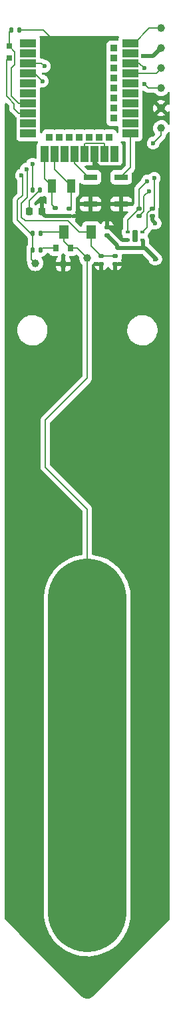
<source format=gbr>
G04 #@! TF.GenerationSoftware,KiCad,Pcbnew,(6.0.0-0)*
G04 #@! TF.CreationDate,2023-02-05T10:16:27+01:00*
G04 #@! TF.ProjectId,parasite,70617261-7369-4746-952e-6b696361645f,2.0.0*
G04 #@! TF.SameCoordinates,Original*
G04 #@! TF.FileFunction,Copper,L1,Top*
G04 #@! TF.FilePolarity,Positive*
%FSLAX46Y46*%
G04 Gerber Fmt 4.6, Leading zero omitted, Abs format (unit mm)*
G04 Created by KiCad (PCBNEW (6.0.0-0)) date 2023-02-05 10:16:27*
%MOMM*%
%LPD*%
G01*
G04 APERTURE LIST*
G04 Aperture macros list*
%AMRoundRect*
0 Rectangle with rounded corners*
0 $1 Rounding radius*
0 $2 $3 $4 $5 $6 $7 $8 $9 X,Y pos of 4 corners*
0 Add a 4 corners polygon primitive as box body*
4,1,4,$2,$3,$4,$5,$6,$7,$8,$9,$2,$3,0*
0 Add four circle primitives for the rounded corners*
1,1,$1+$1,$2,$3*
1,1,$1+$1,$4,$5*
1,1,$1+$1,$6,$7*
1,1,$1+$1,$8,$9*
0 Add four rect primitives between the rounded corners*
20,1,$1+$1,$2,$3,$4,$5,0*
20,1,$1+$1,$4,$5,$6,$7,0*
20,1,$1+$1,$6,$7,$8,$9,0*
20,1,$1+$1,$8,$9,$2,$3,0*%
G04 Aperture macros list end*
G04 #@! TA.AperFunction,SMDPad,CuDef*
%ADD10RoundRect,0.147500X-0.172500X0.147500X-0.172500X-0.147500X0.172500X-0.147500X0.172500X0.147500X0*%
G04 #@! TD*
G04 #@! TA.AperFunction,SMDPad,CuDef*
%ADD11RoundRect,0.147500X0.147500X0.172500X-0.147500X0.172500X-0.147500X-0.172500X0.147500X-0.172500X0*%
G04 #@! TD*
G04 #@! TA.AperFunction,SMDPad,CuDef*
%ADD12R,0.800000X0.900000*%
G04 #@! TD*
G04 #@! TA.AperFunction,SMDPad,CuDef*
%ADD13RoundRect,0.147500X-0.147500X-0.172500X0.147500X-0.172500X0.147500X0.172500X-0.147500X0.172500X0*%
G04 #@! TD*
G04 #@! TA.AperFunction,SMDPad,CuDef*
%ADD14C,1.000000*%
G04 #@! TD*
G04 #@! TA.AperFunction,SMDPad,CuDef*
%ADD15RoundRect,0.147500X0.172500X-0.147500X0.172500X0.147500X-0.172500X0.147500X-0.172500X-0.147500X0*%
G04 #@! TD*
G04 #@! TA.AperFunction,SMDPad,CuDef*
%ADD16R,1.000000X1.800000*%
G04 #@! TD*
G04 #@! TA.AperFunction,SMDPad,CuDef*
%ADD17RoundRect,0.218750X0.218750X0.256250X-0.218750X0.256250X-0.218750X-0.256250X0.218750X-0.256250X0*%
G04 #@! TD*
G04 #@! TA.AperFunction,SMDPad,CuDef*
%ADD18RoundRect,0.087500X0.187500X0.087500X-0.187500X0.087500X-0.187500X-0.087500X0.187500X-0.087500X0*%
G04 #@! TD*
G04 #@! TA.AperFunction,SMDPad,CuDef*
%ADD19RoundRect,0.175000X0.175000X0.625000X-0.175000X0.625000X-0.175000X-0.625000X0.175000X-0.625000X0*%
G04 #@! TD*
G04 #@! TA.AperFunction,SMDPad,CuDef*
%ADD20R,1.300000X1.700000*%
G04 #@! TD*
G04 #@! TA.AperFunction,SMDPad,CuDef*
%ADD21R,2.000000X1.000000*%
G04 #@! TD*
G04 #@! TA.AperFunction,SMDPad,CuDef*
%ADD22R,1.000000X2.000000*%
G04 #@! TD*
G04 #@! TA.AperFunction,SMDPad,CuDef*
%ADD23R,0.900000X0.900000*%
G04 #@! TD*
G04 #@! TA.AperFunction,SMDPad,CuDef*
%ADD24R,0.800000X0.800000*%
G04 #@! TD*
G04 #@! TA.AperFunction,SMDPad,CuDef*
%ADD25R,1.700000X0.800000*%
G04 #@! TD*
G04 #@! TA.AperFunction,ViaPad*
%ADD26C,0.600000*%
G04 #@! TD*
G04 #@! TA.AperFunction,Conductor*
%ADD27C,0.500000*%
G04 #@! TD*
G04 #@! TA.AperFunction,Conductor*
%ADD28C,0.200000*%
G04 #@! TD*
G04 #@! TA.AperFunction,Conductor*
%ADD29C,10.000000*%
G04 #@! TD*
G04 APERTURE END LIST*
D10*
X69762000Y-58584000D03*
X69762000Y-59554000D03*
X71540000Y-58584000D03*
X71540000Y-59554000D03*
D11*
X62015000Y-57822000D03*
X61045000Y-57822000D03*
D12*
X65886000Y-57568000D03*
X63986000Y-57568000D03*
X64936000Y-59568000D03*
D13*
X61045000Y-55663000D03*
X62015000Y-55663000D03*
D14*
X77382000Y-34708000D03*
X77382000Y-37248000D03*
X67984000Y-58838000D03*
X61380000Y-59473000D03*
D11*
X61992000Y-50202000D03*
X61022000Y-50202000D03*
D15*
X70524000Y-55917000D03*
X70524000Y-54947000D03*
D16*
X65952000Y-49694000D03*
X63452000Y-49694000D03*
D17*
X62193000Y-52869000D03*
X60618000Y-52869000D03*
D10*
X65698000Y-52534000D03*
X65698000Y-53504000D03*
D15*
X63920000Y-53481000D03*
X63920000Y-52511000D03*
D10*
X74588000Y-52534000D03*
X74588000Y-53504000D03*
D15*
X76239000Y-53504000D03*
X76239000Y-52534000D03*
D18*
X75005000Y-56544000D03*
X75005000Y-55544000D03*
X73155000Y-55544000D03*
X73155000Y-56544000D03*
D19*
X74080000Y-56044000D03*
D20*
X68492000Y-55536000D03*
X64992000Y-55536000D03*
D14*
X77382000Y-42328000D03*
D21*
X60468000Y-31542550D03*
X60468000Y-32812550D03*
X60468000Y-34082550D03*
X60468000Y-35352550D03*
X60468000Y-36622550D03*
X60468000Y-37892550D03*
X60468000Y-39162550D03*
X60468000Y-40432550D03*
X60468000Y-41702550D03*
X60468000Y-42972550D03*
D22*
X62528000Y-45572550D03*
D23*
X63158000Y-43472550D03*
D22*
X63798000Y-45572550D03*
D23*
X64428000Y-43472550D03*
D22*
X65068000Y-45572550D03*
D23*
X65698000Y-43472550D03*
D22*
X66338000Y-45572550D03*
D23*
X66968000Y-43472550D03*
D22*
X67608000Y-45572550D03*
D23*
X68238000Y-43472550D03*
D22*
X68878000Y-45572550D03*
D23*
X69508000Y-43472550D03*
D22*
X70148000Y-45572550D03*
D23*
X70778000Y-43472550D03*
D22*
X71418000Y-45572550D03*
D21*
X73468000Y-42972550D03*
X73468000Y-41702550D03*
D23*
X71368000Y-41067550D03*
D21*
X73468000Y-40432550D03*
D23*
X71368000Y-39797550D03*
D21*
X73468000Y-39162550D03*
D23*
X71368000Y-38527550D03*
D21*
X73468000Y-37892550D03*
D23*
X71368000Y-37257550D03*
D21*
X73468000Y-36622550D03*
D23*
X71368000Y-35987550D03*
D21*
X73468000Y-35352550D03*
D23*
X71368000Y-34717550D03*
D21*
X73468000Y-34082550D03*
D23*
X71368000Y-33447550D03*
D21*
X73468000Y-32812550D03*
D23*
X71368000Y-32177550D03*
D21*
X73468000Y-31542550D03*
D11*
X59325000Y-29882000D03*
X58355000Y-29882000D03*
D24*
X58078000Y-33426000D03*
X58078000Y-31926000D03*
D14*
X77382000Y-32168000D03*
D25*
X68400000Y-48562500D03*
X68400000Y-51962500D03*
X72300000Y-48562500D03*
X72300000Y-51962500D03*
D14*
X77382000Y-29628000D03*
X77362000Y-39788000D03*
D26*
X60999000Y-36613000D03*
X74969000Y-63918000D03*
X75731000Y-63918000D03*
X60618000Y-64172000D03*
X58078000Y-42201000D03*
X77255000Y-63918000D03*
X64682000Y-32168000D03*
X62269000Y-51472000D03*
X58078000Y-43979000D03*
X70397000Y-51726000D03*
X59983000Y-36613000D03*
X69254000Y-38899000D03*
X76493000Y-63918000D03*
X58078000Y-41312000D03*
X59856000Y-64172000D03*
X70397000Y-48678000D03*
X61380000Y-64172000D03*
X67857000Y-32168000D03*
X68873000Y-32168000D03*
X66714000Y-32168000D03*
X70397000Y-50202000D03*
X65698000Y-32168000D03*
X69254000Y-37375000D03*
X62142000Y-64172000D03*
X70397000Y-49440000D03*
X69762000Y-32168000D03*
X70397000Y-50964000D03*
X58078000Y-43090000D03*
X69254000Y-38137000D03*
X60237000Y-47535000D03*
X62523000Y-34454000D03*
X67603000Y-45630000D03*
X75096000Y-33184000D03*
X67603000Y-44995000D03*
X75858000Y-50329000D03*
X76620000Y-58965000D03*
X70148000Y-44995000D03*
X70143000Y-45630000D03*
X76620000Y-54393000D03*
X65063000Y-45630000D03*
X59602000Y-48297000D03*
X60999000Y-46900000D03*
X62269000Y-36359000D03*
X75604000Y-49059000D03*
X73468000Y-36622550D03*
X73468000Y-37892550D03*
X76493000Y-48678000D03*
X73468000Y-42972550D03*
X76366000Y-44233000D03*
X75223000Y-36740000D03*
X75223000Y-34708000D03*
D27*
X70397000Y-48220572D02*
X70397000Y-48678000D01*
X73155000Y-56544000D02*
X72421000Y-56544000D01*
X62193000Y-53047000D02*
X62193000Y-52869000D01*
X63920000Y-53481000D02*
X65675000Y-53481000D01*
X62650000Y-53504000D02*
X62193000Y-53047000D01*
X72421000Y-56544000D02*
X70905000Y-55028000D01*
X68878000Y-45572550D02*
X68878000Y-46701572D01*
X68878000Y-46701572D02*
X70397000Y-48220572D01*
D28*
X59325000Y-29882000D02*
X62396000Y-29882000D01*
D27*
X63920000Y-53481000D02*
X62673000Y-53481000D01*
X62673000Y-53481000D02*
X62650000Y-53504000D01*
D28*
X62396000Y-29882000D02*
X64682000Y-32168000D01*
X65675000Y-53481000D02*
X65698000Y-53504000D01*
X68492000Y-57314000D02*
X69762000Y-58584000D01*
X59602000Y-51853000D02*
X60364000Y-51091000D01*
X66968000Y-55536000D02*
X65530520Y-54098520D01*
X60364000Y-51091000D02*
X60364000Y-47662000D01*
X59602000Y-53631000D02*
X59602000Y-51853000D01*
X68492000Y-55536000D02*
X68492000Y-57314000D01*
X65530520Y-54098520D02*
X60069520Y-54098520D01*
X60364000Y-47662000D02*
X60237000Y-47535000D01*
X62151550Y-34082550D02*
X60468000Y-34082550D01*
X69762000Y-58584000D02*
X71286000Y-58584000D01*
X68492000Y-55536000D02*
X66968000Y-55536000D01*
X62523000Y-34454000D02*
X62151550Y-34082550D01*
X60069520Y-54098520D02*
X59602000Y-53631000D01*
X62528000Y-48770000D02*
X62528000Y-45572550D01*
X63452000Y-52043000D02*
X63920000Y-52511000D01*
X63452000Y-49694000D02*
X63452000Y-52043000D01*
X63452000Y-49694000D02*
X62528000Y-48770000D01*
X65952000Y-49694000D02*
X63798000Y-47540000D01*
X63798000Y-47540000D02*
X63798000Y-45572550D01*
X65952000Y-49694000D02*
X65952000Y-52280000D01*
X65952000Y-52280000D02*
X65698000Y-52534000D01*
X60618000Y-51576000D02*
X61992000Y-50202000D01*
X60618000Y-52869000D02*
X60618000Y-51576000D01*
D27*
X75350000Y-57568000D02*
X75096000Y-57568000D01*
D28*
X74588000Y-53504000D02*
X75207520Y-52884480D01*
D27*
X71794000Y-57187000D02*
X71794000Y-57568000D01*
X71794000Y-57568000D02*
X74239204Y-57568000D01*
X75096000Y-57568000D02*
X75096000Y-56635000D01*
D28*
X67603000Y-44377550D02*
X67603000Y-44995000D01*
X70148000Y-44372550D02*
X70048489Y-44273039D01*
X70148000Y-45572550D02*
X70148000Y-44372550D01*
D27*
X76239000Y-54012000D02*
X76620000Y-54393000D01*
D28*
X75207520Y-52884480D02*
X75207520Y-50979480D01*
D27*
X76747000Y-58965000D02*
X75350000Y-57568000D01*
X76366000Y-33184000D02*
X77382000Y-32168000D01*
X75096000Y-57568000D02*
X74239204Y-57568000D01*
X70524000Y-55917000D02*
X71794000Y-57187000D01*
D28*
X70048489Y-44273039D02*
X67707511Y-44273039D01*
X75207520Y-50979480D02*
X75858000Y-50329000D01*
X67707511Y-44273039D02*
X67603000Y-44377550D01*
D27*
X76239000Y-53504000D02*
X76239000Y-54012000D01*
X76620000Y-58965000D02*
X76747000Y-58965000D01*
X75096000Y-33184000D02*
X76366000Y-33184000D01*
D28*
X62650000Y-85381000D02*
X67984000Y-90715000D01*
X67984000Y-101984000D02*
X68000000Y-102000000D01*
D29*
X68000000Y-102000000D02*
X68000000Y-142000000D01*
D28*
X67984000Y-58838000D02*
X67984000Y-74078000D01*
X62015000Y-55663000D02*
X62142000Y-55536000D01*
X65886000Y-57568000D02*
X66714000Y-57568000D01*
X64992000Y-56674000D02*
X65886000Y-57568000D01*
X67984000Y-90715000D02*
X67984000Y-101984000D01*
X62142000Y-55536000D02*
X64992000Y-55536000D01*
X64992000Y-55536000D02*
X64992000Y-56674000D01*
X62650000Y-79412000D02*
X62650000Y-85381000D01*
X66714000Y-57568000D02*
X67984000Y-58838000D01*
X67984000Y-74078000D02*
X62650000Y-79412000D01*
X62015000Y-57822000D02*
X62269000Y-57568000D01*
X62269000Y-57568000D02*
X63986000Y-57568000D01*
X58677511Y-39244511D02*
X57951000Y-38518000D01*
X57697000Y-38264000D02*
X57697000Y-33565000D01*
X59268000Y-40432550D02*
X58677511Y-39842061D01*
X58677511Y-39842061D02*
X58677511Y-39244511D01*
X60468000Y-40432550D02*
X59268000Y-40432550D01*
X57951000Y-38518000D02*
X57697000Y-38264000D01*
X58078000Y-31926000D02*
X58078000Y-30159000D01*
X58332000Y-34708000D02*
X58777511Y-34262489D01*
X58777511Y-34262489D02*
X58777511Y-32625511D01*
X58777511Y-32625511D02*
X58078000Y-31926000D01*
X60468000Y-39162550D02*
X59268000Y-39162550D01*
X58332000Y-38226550D02*
X58332000Y-34708000D01*
X59268000Y-39162550D02*
X58332000Y-38226550D01*
X58078000Y-30159000D02*
X58355000Y-29882000D01*
X59729000Y-50837000D02*
X59729000Y-48424000D01*
X60745000Y-55663000D02*
X59094000Y-54012000D01*
X59729000Y-48424000D02*
X59602000Y-48297000D01*
X61380000Y-59473000D02*
X60872000Y-58965000D01*
X61045000Y-57822000D02*
X61045000Y-55663000D01*
X61045000Y-55663000D02*
X60745000Y-55663000D01*
X60872000Y-58965000D02*
X60872000Y-57995000D01*
X60872000Y-57995000D02*
X61045000Y-57822000D01*
X59094000Y-51472000D02*
X59729000Y-50837000D01*
X59094000Y-54012000D02*
X59094000Y-51472000D01*
X61262550Y-35352550D02*
X62269000Y-36359000D01*
X61022000Y-50202000D02*
X61022000Y-46923000D01*
X61022000Y-46923000D02*
X60999000Y-46900000D01*
X60468000Y-35352550D02*
X61262550Y-35352550D01*
X73155000Y-53967000D02*
X73155000Y-55544000D01*
X74588000Y-50075000D02*
X75604000Y-49059000D01*
X74588000Y-52534000D02*
X74588000Y-50075000D01*
X74588000Y-52534000D02*
X73155000Y-53967000D01*
X76239000Y-52534000D02*
X76493000Y-52280000D01*
X75619480Y-53153520D02*
X75619480Y-54929520D01*
X76239000Y-52534000D02*
X75619480Y-53153520D01*
X75619480Y-54929520D02*
X75005000Y-55544000D01*
X76493000Y-52280000D02*
X76493000Y-48678000D01*
X77382000Y-42328000D02*
X77382000Y-43217000D01*
X77382000Y-43217000D02*
X76366000Y-44233000D01*
X73468000Y-47336000D02*
X72302000Y-48502000D01*
X73468000Y-42972550D02*
X73468000Y-47336000D01*
X66338000Y-46798000D02*
X66338000Y-45572550D01*
X68042000Y-48502000D02*
X66338000Y-46798000D01*
X68492000Y-48502000D02*
X68042000Y-48502000D01*
X76737450Y-35352550D02*
X73468000Y-35352550D01*
X77382000Y-34708000D02*
X76737450Y-35352550D01*
X74597550Y-34082550D02*
X73468000Y-34082550D01*
X75223000Y-34708000D02*
X74597550Y-34082550D01*
X75731000Y-37248000D02*
X75223000Y-36740000D01*
X77382000Y-37248000D02*
X75731000Y-37248000D01*
X73943450Y-31542550D02*
X75858000Y-29628000D01*
X73468000Y-31542550D02*
X73943450Y-31542550D01*
X75858000Y-29628000D02*
X77382000Y-29628000D01*
G04 #@! TA.AperFunction,Conductor*
G36*
X75128982Y-37543167D02*
G01*
X75193858Y-37571999D01*
X75201416Y-37578965D01*
X75266685Y-37644234D01*
X75277552Y-37656625D01*
X75297013Y-37681987D01*
X75303563Y-37687013D01*
X75328921Y-37706471D01*
X75328928Y-37706477D01*
X75362811Y-37732476D01*
X75424125Y-37779524D01*
X75572150Y-37840838D01*
X75691115Y-37856500D01*
X75691120Y-37856500D01*
X75691129Y-37856501D01*
X75722812Y-37860672D01*
X75731000Y-37861750D01*
X75762693Y-37857578D01*
X75779136Y-37856500D01*
X76516470Y-37856500D01*
X76584591Y-37876502D01*
X76615216Y-37904237D01*
X76649202Y-37947118D01*
X76649207Y-37947123D01*
X76653035Y-37951953D01*
X76657728Y-37955947D01*
X76657729Y-37955948D01*
X76740063Y-38026019D01*
X76803650Y-38080136D01*
X76976294Y-38176624D01*
X77164392Y-38237740D01*
X77360777Y-38261158D01*
X77366912Y-38260686D01*
X77366914Y-38260686D01*
X77551830Y-38246457D01*
X77551834Y-38246456D01*
X77557972Y-38245984D01*
X77748463Y-38192798D01*
X77753967Y-38190018D01*
X77753969Y-38190017D01*
X77919495Y-38106404D01*
X77919497Y-38106403D01*
X77924996Y-38103625D01*
X78056146Y-38001160D01*
X78075991Y-37985655D01*
X78080847Y-37981861D01*
X78189055Y-37856501D01*
X78206049Y-37836813D01*
X78206050Y-37836811D01*
X78210078Y-37832145D01*
X78244970Y-37770724D01*
X78256444Y-37750527D01*
X78307484Y-37701176D01*
X78377102Y-37687254D01*
X78443195Y-37713180D01*
X78484780Y-37770724D01*
X78492000Y-37812764D01*
X78492000Y-39260676D01*
X78471998Y-39328797D01*
X78418342Y-39375290D01*
X78348068Y-39385394D01*
X78283488Y-39355900D01*
X78254748Y-39319829D01*
X78240562Y-39293148D01*
X78230702Y-39283067D01*
X78223575Y-39285635D01*
X77734022Y-39775188D01*
X77726408Y-39789132D01*
X77726539Y-39790965D01*
X77730790Y-39797580D01*
X78218661Y-40285451D01*
X78231041Y-40292211D01*
X78237775Y-40287170D01*
X78256444Y-40254306D01*
X78307483Y-40204956D01*
X78377101Y-40191033D01*
X78443195Y-40216959D01*
X78484779Y-40274502D01*
X78492000Y-40316543D01*
X78492000Y-41761994D01*
X78471998Y-41830115D01*
X78418342Y-41876608D01*
X78348068Y-41886712D01*
X78283488Y-41857218D01*
X78254749Y-41821147D01*
X78228964Y-41772653D01*
X78228960Y-41772647D01*
X78226066Y-41767204D01*
X78118459Y-41635265D01*
X78104960Y-41618713D01*
X78104957Y-41618710D01*
X78101065Y-41613938D01*
X78094724Y-41608692D01*
X77953425Y-41491799D01*
X77953421Y-41491797D01*
X77948675Y-41487870D01*
X77774701Y-41393802D01*
X77585768Y-41335318D01*
X77579643Y-41334674D01*
X77579642Y-41334674D01*
X77395204Y-41315289D01*
X77395202Y-41315289D01*
X77389075Y-41314645D01*
X77306576Y-41322153D01*
X77198251Y-41332011D01*
X77198248Y-41332012D01*
X77192112Y-41332570D01*
X77186206Y-41334308D01*
X77186202Y-41334309D01*
X77081076Y-41365249D01*
X77002381Y-41388410D01*
X76996923Y-41391263D01*
X76996919Y-41391265D01*
X76906147Y-41438720D01*
X76827110Y-41480040D01*
X76672975Y-41603968D01*
X76545846Y-41755474D01*
X76542879Y-41760872D01*
X76542875Y-41760877D01*
X76509742Y-41821147D01*
X76450567Y-41928787D01*
X76448706Y-41934654D01*
X76448705Y-41934656D01*
X76425564Y-42007605D01*
X76390765Y-42117306D01*
X76368719Y-42313851D01*
X76385268Y-42510934D01*
X76439783Y-42701050D01*
X76442602Y-42706535D01*
X76506326Y-42830527D01*
X76530187Y-42876956D01*
X76606944Y-42973800D01*
X76633581Y-43039608D01*
X76620410Y-43109373D01*
X76597293Y-43141158D01*
X76344416Y-43394035D01*
X76282104Y-43428061D01*
X76268495Y-43430249D01*
X76246802Y-43432529D01*
X76198296Y-43437627D01*
X76198292Y-43437628D01*
X76191288Y-43438364D01*
X76019579Y-43496818D01*
X75986340Y-43517267D01*
X75871095Y-43588166D01*
X75871092Y-43588168D01*
X75865088Y-43591862D01*
X75860053Y-43596793D01*
X75860050Y-43596795D01*
X75740525Y-43713843D01*
X75735493Y-43718771D01*
X75637235Y-43871238D01*
X75634826Y-43877858D01*
X75634824Y-43877861D01*
X75598911Y-43976532D01*
X75575197Y-44041685D01*
X75552463Y-44221640D01*
X75570163Y-44402160D01*
X75627418Y-44574273D01*
X75631065Y-44580295D01*
X75631066Y-44580297D01*
X75641978Y-44598314D01*
X75721380Y-44729424D01*
X75847382Y-44859902D01*
X75999159Y-44959222D01*
X76005763Y-44961678D01*
X76005765Y-44961679D01*
X76162558Y-45019990D01*
X76162560Y-45019990D01*
X76169168Y-45022448D01*
X76252995Y-45033633D01*
X76341980Y-45045507D01*
X76341984Y-45045507D01*
X76348961Y-45046438D01*
X76355972Y-45045800D01*
X76355976Y-45045800D01*
X76498459Y-45032832D01*
X76529600Y-45029998D01*
X76536302Y-45027820D01*
X76536304Y-45027820D01*
X76695409Y-44976124D01*
X76695412Y-44976123D01*
X76702108Y-44973947D01*
X76857912Y-44881069D01*
X76989266Y-44755982D01*
X77089643Y-44604902D01*
X77154055Y-44435338D01*
X77157779Y-44408844D01*
X77169420Y-44326009D01*
X77198708Y-44261335D01*
X77205099Y-44254450D01*
X77778234Y-43681315D01*
X77790625Y-43670448D01*
X77809437Y-43656013D01*
X77815987Y-43650987D01*
X77840474Y-43619075D01*
X77840480Y-43619069D01*
X77908496Y-43530429D01*
X77908497Y-43530427D01*
X77913524Y-43523876D01*
X77974838Y-43375851D01*
X77987082Y-43282845D01*
X77990500Y-43256885D01*
X77990500Y-43256880D01*
X77995750Y-43217000D01*
X77994566Y-43208008D01*
X77994672Y-43207329D01*
X77994672Y-43200555D01*
X77995729Y-43200555D01*
X78005508Y-43137861D01*
X78041914Y-43092279D01*
X78047914Y-43087591D01*
X78080847Y-43061861D01*
X78185567Y-42940541D01*
X78206049Y-42916813D01*
X78206050Y-42916811D01*
X78210078Y-42912145D01*
X78256444Y-42830527D01*
X78307484Y-42781176D01*
X78377102Y-42767254D01*
X78443195Y-42793180D01*
X78484780Y-42850724D01*
X78492000Y-42892764D01*
X78492000Y-142737389D01*
X78471998Y-142805510D01*
X78455095Y-142826484D01*
X68675673Y-152605905D01*
X68660906Y-152618551D01*
X68641555Y-152632688D01*
X68634798Y-152641478D01*
X68614837Y-152662086D01*
X68513056Y-152745615D01*
X68492519Y-152759337D01*
X68357738Y-152831379D01*
X68334918Y-152840831D01*
X68188666Y-152885196D01*
X68164445Y-152890014D01*
X68012346Y-152904995D01*
X67987654Y-152904995D01*
X67835555Y-152890014D01*
X67811334Y-152885196D01*
X67665082Y-152840831D01*
X67642262Y-152831379D01*
X67590114Y-152803505D01*
X67507475Y-152759334D01*
X67486948Y-152745618D01*
X67390409Y-152666391D01*
X67379384Y-152654730D01*
X67378875Y-152655227D01*
X67372609Y-152648805D01*
X67367312Y-152641555D01*
X67342101Y-152622175D01*
X67329797Y-152611374D01*
X59372183Y-144653762D01*
X57544904Y-142826484D01*
X57510879Y-142764173D01*
X57508000Y-142737390D01*
X57508000Y-67939468D01*
X59073827Y-67939468D01*
X59076205Y-68000000D01*
X59084514Y-68211472D01*
X59133420Y-68479256D01*
X59219570Y-68737478D01*
X59221562Y-68741465D01*
X59221563Y-68741467D01*
X59303542Y-68905533D01*
X59341243Y-68980986D01*
X59496014Y-69204920D01*
X59680793Y-69404813D01*
X59684247Y-69407625D01*
X59888437Y-69573862D01*
X59888441Y-69573865D01*
X59891894Y-69576676D01*
X59895716Y-69578977D01*
X60053484Y-69673961D01*
X60125104Y-69717080D01*
X60221741Y-69758001D01*
X60371668Y-69821487D01*
X60371673Y-69821489D01*
X60375771Y-69823224D01*
X60380068Y-69824363D01*
X60380073Y-69824365D01*
X60507332Y-69858106D01*
X60638893Y-69892989D01*
X60909220Y-69924985D01*
X61181358Y-69918571D01*
X61341909Y-69891848D01*
X61445481Y-69874609D01*
X61445483Y-69874609D01*
X61449878Y-69873877D01*
X61709422Y-69791795D01*
X61954810Y-69673961D01*
X62104619Y-69573862D01*
X62177446Y-69525201D01*
X62177450Y-69525198D01*
X62181148Y-69522727D01*
X62383918Y-69341110D01*
X62559076Y-69132735D01*
X62703126Y-68901759D01*
X62777624Y-68733249D01*
X62811396Y-68656857D01*
X62813194Y-68652790D01*
X62887084Y-68390796D01*
X62911170Y-68211472D01*
X62922894Y-68124187D01*
X62922895Y-68124179D01*
X62923321Y-68121005D01*
X62927124Y-68000000D01*
X62907898Y-67728466D01*
X62895979Y-67673101D01*
X62851541Y-67466697D01*
X62851541Y-67466695D01*
X62850605Y-67462350D01*
X62756387Y-67206961D01*
X62627125Y-66967395D01*
X62465397Y-66748433D01*
X62274430Y-66554443D01*
X62058035Y-66389296D01*
X61820529Y-66256286D01*
X61752313Y-66229895D01*
X61570807Y-66159675D01*
X61570801Y-66159673D01*
X61566652Y-66158068D01*
X61562320Y-66157064D01*
X61562317Y-66157063D01*
X61453583Y-66131860D01*
X61301469Y-66096602D01*
X61030270Y-66073114D01*
X61025835Y-66073358D01*
X61025831Y-66073358D01*
X60762910Y-66087827D01*
X60762903Y-66087828D01*
X60758467Y-66088072D01*
X60491484Y-66141178D01*
X60234647Y-66231373D01*
X60230696Y-66233426D01*
X60230690Y-66233428D01*
X60098304Y-66302198D01*
X59993080Y-66356857D01*
X59989465Y-66359440D01*
X59989459Y-66359444D01*
X59775226Y-66512537D01*
X59775222Y-66512540D01*
X59771605Y-66515125D01*
X59574639Y-66703021D01*
X59406113Y-66916796D01*
X59269390Y-67152183D01*
X59267722Y-67156300D01*
X59267719Y-67156307D01*
X59243867Y-67215196D01*
X59167196Y-67404486D01*
X59151743Y-67466697D01*
X59110828Y-67631410D01*
X59101572Y-67668671D01*
X59101118Y-67673099D01*
X59101118Y-67673101D01*
X59094989Y-67732918D01*
X59073827Y-67939468D01*
X57508000Y-67939468D01*
X57508000Y-39239739D01*
X57528002Y-39171618D01*
X57581658Y-39125125D01*
X57651932Y-39115021D01*
X57716512Y-39144515D01*
X57723095Y-39150644D01*
X58032106Y-39459655D01*
X58066132Y-39521967D01*
X58069011Y-39548750D01*
X58069011Y-39793925D01*
X58067933Y-39810368D01*
X58063761Y-39842061D01*
X58069011Y-39881941D01*
X58069011Y-39881946D01*
X58082120Y-39981518D01*
X58084673Y-40000912D01*
X58145987Y-40148937D01*
X58151014Y-40155488D01*
X58151015Y-40155490D01*
X58219031Y-40244130D01*
X58219037Y-40244136D01*
X58243524Y-40276048D01*
X58250079Y-40281078D01*
X58268890Y-40295513D01*
X58281281Y-40306380D01*
X58803685Y-40828784D01*
X58814552Y-40841175D01*
X58834013Y-40866537D01*
X58840563Y-40871563D01*
X58865921Y-40891021D01*
X58865937Y-40891035D01*
X58914643Y-40928408D01*
X58956511Y-40985746D01*
X58963202Y-41014762D01*
X58966207Y-41042424D01*
X58966255Y-41042866D01*
X58966207Y-41042871D01*
X58966207Y-41092229D01*
X58966255Y-41092234D01*
X58959500Y-41154416D01*
X58959500Y-42250684D01*
X58966207Y-42312424D01*
X58966255Y-42312866D01*
X58966207Y-42312871D01*
X58966207Y-42362229D01*
X58966255Y-42362234D01*
X58959500Y-42424416D01*
X58959500Y-43520684D01*
X58966255Y-43582866D01*
X59017385Y-43719255D01*
X59104739Y-43835811D01*
X59221295Y-43923165D01*
X59357684Y-43974295D01*
X59419866Y-43981050D01*
X61516134Y-43981050D01*
X61578316Y-43974295D01*
X61579222Y-43973955D01*
X61647054Y-43977498D01*
X61704697Y-44018944D01*
X61730782Y-44084975D01*
X61717027Y-44154626D01*
X61680864Y-44197204D01*
X61664739Y-44209289D01*
X61577385Y-44325845D01*
X61526255Y-44462234D01*
X61519500Y-44524416D01*
X61519500Y-46048449D01*
X61499498Y-46116570D01*
X61445842Y-46163063D01*
X61375568Y-46173167D01*
X61351234Y-46167148D01*
X61191428Y-46110244D01*
X61191422Y-46110243D01*
X61184790Y-46107881D01*
X61177802Y-46107048D01*
X61177799Y-46107047D01*
X61054698Y-46092368D01*
X61004680Y-46086404D01*
X60997677Y-46087140D01*
X60997676Y-46087140D01*
X60831288Y-46104628D01*
X60831286Y-46104629D01*
X60824288Y-46105364D01*
X60652579Y-46163818D01*
X60590109Y-46202250D01*
X60504095Y-46255166D01*
X60504092Y-46255168D01*
X60498088Y-46258862D01*
X60493053Y-46263793D01*
X60493050Y-46263795D01*
X60373525Y-46380843D01*
X60368493Y-46385771D01*
X60270235Y-46538238D01*
X60267826Y-46544858D01*
X60267824Y-46544861D01*
X60228940Y-46651693D01*
X60186845Y-46708864D01*
X60123710Y-46733908D01*
X60069288Y-46739628D01*
X60069286Y-46739628D01*
X60062288Y-46740364D01*
X59890579Y-46798818D01*
X59845679Y-46826441D01*
X59742095Y-46890166D01*
X59742092Y-46890168D01*
X59736088Y-46893862D01*
X59731053Y-46898793D01*
X59731050Y-46898795D01*
X59700583Y-46928631D01*
X59606493Y-47020771D01*
X59508235Y-47173238D01*
X59505826Y-47179858D01*
X59505824Y-47179861D01*
X59463509Y-47296120D01*
X59446197Y-47343685D01*
X59445314Y-47350675D01*
X59435968Y-47424656D01*
X59407586Y-47489733D01*
X59351566Y-47528142D01*
X59262252Y-47558546D01*
X59262249Y-47558547D01*
X59255579Y-47560818D01*
X59224586Y-47579885D01*
X59107095Y-47652166D01*
X59107092Y-47652168D01*
X59101088Y-47655862D01*
X59096053Y-47660793D01*
X59096050Y-47660795D01*
X58979415Y-47775013D01*
X58971493Y-47782771D01*
X58873235Y-47935238D01*
X58870826Y-47941858D01*
X58870824Y-47941861D01*
X58824038Y-48070405D01*
X58811197Y-48105685D01*
X58788463Y-48285640D01*
X58806163Y-48466160D01*
X58863418Y-48638273D01*
X58867065Y-48644295D01*
X58867066Y-48644297D01*
X58890920Y-48683684D01*
X58957380Y-48793424D01*
X58962269Y-48798487D01*
X58962270Y-48798488D01*
X59083382Y-48923902D01*
X59081512Y-48925708D01*
X59114555Y-48974636D01*
X59120500Y-49012881D01*
X59120500Y-50532761D01*
X59100498Y-50600882D01*
X59083595Y-50621856D01*
X58697766Y-51007685D01*
X58685375Y-51018552D01*
X58660013Y-51038013D01*
X58635526Y-51069925D01*
X58635523Y-51069928D01*
X58562476Y-51165124D01*
X58518626Y-51270987D01*
X58501162Y-51313150D01*
X58485500Y-51432115D01*
X58485500Y-51432120D01*
X58480250Y-51472000D01*
X58481328Y-51480188D01*
X58484422Y-51503690D01*
X58485500Y-51520136D01*
X58485500Y-53963864D01*
X58484422Y-53980307D01*
X58480250Y-54012000D01*
X58485500Y-54051880D01*
X58485500Y-54051885D01*
X58491640Y-54098520D01*
X58501162Y-54170851D01*
X58562476Y-54318876D01*
X58567503Y-54325427D01*
X58567504Y-54325429D01*
X58635520Y-54414069D01*
X58635526Y-54414075D01*
X58660013Y-54445987D01*
X58666568Y-54451017D01*
X58685379Y-54465452D01*
X58697770Y-54476319D01*
X60255964Y-56034513D01*
X60284877Y-56083401D01*
X60285309Y-56083214D01*
X60286788Y-56086632D01*
X60287865Y-56088453D01*
X60290668Y-56098100D01*
X60321144Y-56149633D01*
X60361670Y-56218158D01*
X60375038Y-56240763D01*
X60399595Y-56265320D01*
X60433621Y-56327632D01*
X60436500Y-56354415D01*
X60436500Y-57130585D01*
X60416498Y-57198706D01*
X60399595Y-57219680D01*
X60375038Y-57244237D01*
X60290668Y-57386900D01*
X60244427Y-57546063D01*
X60243923Y-57552468D01*
X60243922Y-57552473D01*
X60243298Y-57560403D01*
X60241500Y-57583253D01*
X60241501Y-58060746D01*
X60244427Y-58097937D01*
X60246224Y-58104121D01*
X60258497Y-58146366D01*
X60263500Y-58181519D01*
X60263500Y-58916864D01*
X60262422Y-58933307D01*
X60258250Y-58965000D01*
X60259328Y-58973189D01*
X60261079Y-58986487D01*
X60263500Y-59004880D01*
X60263500Y-59004885D01*
X60265225Y-59017987D01*
X60279162Y-59123851D01*
X60340476Y-59271876D01*
X60350757Y-59285274D01*
X60376358Y-59351492D01*
X60376010Y-59376020D01*
X60366719Y-59458851D01*
X60367235Y-59464995D01*
X60382588Y-59647833D01*
X60383268Y-59655934D01*
X60393387Y-59691222D01*
X60434772Y-59835548D01*
X60437783Y-59846050D01*
X60528187Y-60021956D01*
X60651035Y-60176953D01*
X60655728Y-60180947D01*
X60655729Y-60180948D01*
X60743979Y-60256054D01*
X60801650Y-60305136D01*
X60974294Y-60401624D01*
X61162392Y-60462740D01*
X61358777Y-60486158D01*
X61364912Y-60485686D01*
X61364914Y-60485686D01*
X61549830Y-60471457D01*
X61549834Y-60471456D01*
X61555972Y-60470984D01*
X61746463Y-60417798D01*
X61751967Y-60415018D01*
X61751969Y-60415017D01*
X61917495Y-60331404D01*
X61917497Y-60331403D01*
X61922996Y-60328625D01*
X62078847Y-60206861D01*
X62197426Y-60069486D01*
X62203310Y-60062669D01*
X64028001Y-60062669D01*
X64028371Y-60069490D01*
X64033895Y-60120352D01*
X64037521Y-60135604D01*
X64082676Y-60256054D01*
X64091214Y-60271649D01*
X64167715Y-60373724D01*
X64180276Y-60386285D01*
X64282351Y-60462786D01*
X64297946Y-60471324D01*
X64418394Y-60516478D01*
X64433649Y-60520105D01*
X64484514Y-60525631D01*
X64491328Y-60526000D01*
X64663885Y-60526000D01*
X64679124Y-60521525D01*
X64680329Y-60520135D01*
X64682000Y-60512452D01*
X64682000Y-60507884D01*
X65190000Y-60507884D01*
X65194475Y-60523123D01*
X65195865Y-60524328D01*
X65203548Y-60525999D01*
X65380669Y-60525999D01*
X65387490Y-60525629D01*
X65438352Y-60520105D01*
X65453604Y-60516479D01*
X65574054Y-60471324D01*
X65589649Y-60462786D01*
X65691724Y-60386285D01*
X65704285Y-60373724D01*
X65780786Y-60271649D01*
X65789324Y-60256054D01*
X65834478Y-60135606D01*
X65838105Y-60120351D01*
X65843631Y-60069486D01*
X65844000Y-60062672D01*
X65844000Y-59840115D01*
X65839525Y-59824876D01*
X65838135Y-59823671D01*
X65830452Y-59822000D01*
X65208115Y-59822000D01*
X65192876Y-59826475D01*
X65191671Y-59827865D01*
X65190000Y-59835548D01*
X65190000Y-60507884D01*
X64682000Y-60507884D01*
X64682000Y-59840115D01*
X64677525Y-59824876D01*
X64676135Y-59823671D01*
X64668452Y-59822000D01*
X64046116Y-59822000D01*
X64030877Y-59826475D01*
X64029672Y-59827865D01*
X64028001Y-59835548D01*
X64028001Y-60062669D01*
X62203310Y-60062669D01*
X62204049Y-60061813D01*
X62204050Y-60061811D01*
X62208078Y-60057145D01*
X62305769Y-59885179D01*
X62368197Y-59697513D01*
X62392985Y-59501295D01*
X62393188Y-59486753D01*
X62393331Y-59476523D01*
X62393331Y-59476520D01*
X62393380Y-59473000D01*
X62374080Y-59276167D01*
X62316916Y-59086831D01*
X62224066Y-58912204D01*
X62220172Y-58907429D01*
X62220167Y-58907422D01*
X62175788Y-58853008D01*
X62148234Y-58787577D01*
X62160430Y-58717635D01*
X62208502Y-58665390D01*
X62253501Y-58650978D01*
X62253183Y-58649235D01*
X62259517Y-58648078D01*
X62265937Y-58647573D01*
X62375077Y-58615865D01*
X62417487Y-58603544D01*
X62417489Y-58603543D01*
X62425100Y-58601332D01*
X62431923Y-58597297D01*
X62560942Y-58520996D01*
X62560943Y-58520996D01*
X62567763Y-58516962D01*
X62684962Y-58399763D01*
X62769332Y-58257100D01*
X62770906Y-58251681D01*
X62815668Y-58197885D01*
X62885895Y-58176500D01*
X63014991Y-58176500D01*
X63083112Y-58196502D01*
X63129605Y-58250158D01*
X63131903Y-58255694D01*
X63132232Y-58256296D01*
X63135385Y-58264705D01*
X63222739Y-58381261D01*
X63339295Y-58468615D01*
X63475684Y-58519745D01*
X63537866Y-58526500D01*
X64099893Y-58526500D01*
X64168014Y-58546502D01*
X64214507Y-58600158D01*
X64224611Y-58670432D01*
X64195117Y-58735012D01*
X64186397Y-58743136D01*
X64186626Y-58743365D01*
X64167715Y-58762276D01*
X64091214Y-58864351D01*
X64082676Y-58879946D01*
X64037522Y-59000394D01*
X64033895Y-59015649D01*
X64028369Y-59066514D01*
X64028000Y-59073328D01*
X64028000Y-59295885D01*
X64032475Y-59311124D01*
X64033865Y-59312329D01*
X64041548Y-59314000D01*
X64663885Y-59314000D01*
X64679124Y-59309525D01*
X64680329Y-59308135D01*
X64682000Y-59300452D01*
X64682000Y-58628116D01*
X64674528Y-58602669D01*
X64647181Y-58560115D01*
X64647181Y-58489118D01*
X64685566Y-58429393D01*
X64692512Y-58423792D01*
X64710961Y-58409965D01*
X64749261Y-58381261D01*
X64762643Y-58363405D01*
X64835174Y-58266628D01*
X64892033Y-58224113D01*
X64962852Y-58219087D01*
X65025145Y-58253147D01*
X65036826Y-58266628D01*
X65109357Y-58363405D01*
X65122739Y-58381261D01*
X65161039Y-58409965D01*
X65179544Y-58423834D01*
X65222059Y-58480693D01*
X65227085Y-58551512D01*
X65199203Y-58607173D01*
X65191671Y-58615865D01*
X65190000Y-58623548D01*
X65190000Y-59295885D01*
X65194475Y-59311124D01*
X65195865Y-59312329D01*
X65203548Y-59314000D01*
X65825884Y-59314000D01*
X65841123Y-59309525D01*
X65842328Y-59308135D01*
X65843999Y-59300452D01*
X65843999Y-59073331D01*
X65843629Y-59066510D01*
X65838105Y-59015648D01*
X65834479Y-59000396D01*
X65789324Y-58879946D01*
X65780786Y-58864351D01*
X65704285Y-58762276D01*
X65685374Y-58743365D01*
X65687503Y-58741236D01*
X65654030Y-58696474D01*
X65649000Y-58625656D01*
X65683056Y-58563360D01*
X65745385Y-58529366D01*
X65772107Y-58526500D01*
X66334134Y-58526500D01*
X66396316Y-58519745D01*
X66532705Y-58468615D01*
X66571821Y-58439299D01*
X66638327Y-58414451D01*
X66707710Y-58429504D01*
X66736481Y-58451030D01*
X66941817Y-58656366D01*
X66975843Y-58718678D01*
X66977937Y-58759504D01*
X66970719Y-58823851D01*
X66971235Y-58829995D01*
X66985015Y-58994100D01*
X66987268Y-59020934D01*
X66988967Y-59026858D01*
X67036464Y-59192500D01*
X67041783Y-59211050D01*
X67044602Y-59216535D01*
X67106277Y-59336540D01*
X67132187Y-59386956D01*
X67255035Y-59541953D01*
X67259728Y-59545947D01*
X67259729Y-59545948D01*
X67331163Y-59606743D01*
X67370076Y-59666126D01*
X67375500Y-59702697D01*
X67375500Y-73773761D01*
X67355498Y-73841882D01*
X67338595Y-73862856D01*
X62253766Y-78947685D01*
X62241375Y-78958552D01*
X62216013Y-78978013D01*
X62191526Y-79009925D01*
X62191523Y-79009928D01*
X62118476Y-79105124D01*
X62118476Y-79105125D01*
X62057162Y-79253150D01*
X62041500Y-79372115D01*
X62041500Y-79372120D01*
X62036250Y-79412000D01*
X62037328Y-79420188D01*
X62040422Y-79443690D01*
X62041500Y-79460136D01*
X62041500Y-85332864D01*
X62040422Y-85349307D01*
X62036250Y-85381000D01*
X62041500Y-85420880D01*
X62041500Y-85420885D01*
X62054609Y-85520457D01*
X62057162Y-85539851D01*
X62118476Y-85687876D01*
X62123503Y-85694427D01*
X62123504Y-85694429D01*
X62191520Y-85783069D01*
X62191526Y-85783075D01*
X62216013Y-85814987D01*
X62222568Y-85820017D01*
X62241379Y-85834452D01*
X62253770Y-85845319D01*
X67338595Y-90930144D01*
X67372621Y-90992456D01*
X67375500Y-91019239D01*
X67375500Y-96415091D01*
X67355498Y-96483212D01*
X67301842Y-96529705D01*
X67267907Y-96539739D01*
X66966879Y-96584191D01*
X66964318Y-96584792D01*
X66964311Y-96584793D01*
X66789682Y-96625752D01*
X66517319Y-96689634D01*
X66514808Y-96690450D01*
X66514804Y-96690451D01*
X66314075Y-96755672D01*
X66078159Y-96832326D01*
X65652480Y-97011265D01*
X65650147Y-97012485D01*
X65650142Y-97012487D01*
X65245599Y-97223977D01*
X65245593Y-97223981D01*
X65243266Y-97225197D01*
X65241038Y-97226611D01*
X64855626Y-97471200D01*
X64855620Y-97471204D01*
X64853389Y-97472620D01*
X64485583Y-97751800D01*
X64142429Y-98060778D01*
X63826332Y-98397386D01*
X63539511Y-98759265D01*
X63538048Y-98761467D01*
X63413523Y-98948893D01*
X63283977Y-99143875D01*
X63061522Y-99548518D01*
X62873707Y-99970357D01*
X62721850Y-100406432D01*
X62607015Y-100853686D01*
X62606573Y-100856301D01*
X62606571Y-100856309D01*
X62568647Y-101080526D01*
X62530007Y-101308979D01*
X62491500Y-101767548D01*
X62491500Y-142118530D01*
X62505869Y-142461355D01*
X62563742Y-142919474D01*
X62564289Y-142922047D01*
X62654295Y-143345489D01*
X62659748Y-143371144D01*
X62793211Y-143813196D01*
X62963196Y-144242529D01*
X63168511Y-144656133D01*
X63407715Y-145051107D01*
X63679131Y-145424678D01*
X63980855Y-145774229D01*
X64310770Y-146097305D01*
X64666562Y-146391642D01*
X65045736Y-146655175D01*
X65445632Y-146886055D01*
X65863445Y-147082663D01*
X65865912Y-147083580D01*
X65865918Y-147083583D01*
X66020143Y-147140938D01*
X66296245Y-147243620D01*
X66298768Y-147244324D01*
X66298779Y-147244328D01*
X66738458Y-147367088D01*
X66738466Y-147367090D01*
X66740995Y-147367796D01*
X67194576Y-147454321D01*
X67653806Y-147502588D01*
X67936807Y-147508516D01*
X68112826Y-147512204D01*
X68112833Y-147512204D01*
X68115465Y-147512259D01*
X68576314Y-147483265D01*
X68578932Y-147482878D01*
X68578936Y-147482878D01*
X69030501Y-147416196D01*
X69030504Y-147416196D01*
X69033121Y-147415809D01*
X69035693Y-147415206D01*
X69035697Y-147415205D01*
X69161498Y-147385699D01*
X69482681Y-147310366D01*
X69485192Y-147309550D01*
X69485196Y-147309549D01*
X69919330Y-147168490D01*
X69919333Y-147168489D01*
X69921841Y-147167674D01*
X70347520Y-146988735D01*
X70349853Y-146987515D01*
X70349858Y-146987513D01*
X70754401Y-146776023D01*
X70754407Y-146776019D01*
X70756734Y-146774803D01*
X70822462Y-146733091D01*
X71144374Y-146528800D01*
X71144380Y-146528796D01*
X71146611Y-146527380D01*
X71514417Y-146248200D01*
X71857571Y-145939222D01*
X72173668Y-145602614D01*
X72460489Y-145240735D01*
X72585061Y-145053239D01*
X72714567Y-144858317D01*
X72714571Y-144858311D01*
X72716023Y-144856125D01*
X72938478Y-144451482D01*
X73126293Y-144029643D01*
X73278150Y-143593568D01*
X73331253Y-143386747D01*
X73392323Y-143148891D01*
X73392985Y-143146314D01*
X73400130Y-143104075D01*
X73469551Y-142693634D01*
X73469993Y-142691021D01*
X73508500Y-142232452D01*
X73508500Y-101881470D01*
X73494131Y-101538645D01*
X73436258Y-101080526D01*
X73388599Y-100856309D01*
X73340798Y-100631423D01*
X73340796Y-100631415D01*
X73340252Y-100628856D01*
X73206789Y-100186804D01*
X73036804Y-99757471D01*
X72831489Y-99343867D01*
X72592285Y-98948893D01*
X72320869Y-98575322D01*
X72019145Y-98225771D01*
X71689230Y-97902695D01*
X71333438Y-97608358D01*
X70954264Y-97344825D01*
X70554368Y-97113945D01*
X70136555Y-96917337D01*
X70134088Y-96916420D01*
X70134082Y-96916417D01*
X69905773Y-96831510D01*
X69703755Y-96756380D01*
X69701232Y-96755676D01*
X69701221Y-96755672D01*
X69261542Y-96632912D01*
X69261534Y-96632910D01*
X69259005Y-96632204D01*
X68805424Y-96545679D01*
X68802804Y-96545404D01*
X68802793Y-96545402D01*
X68734544Y-96538229D01*
X68705329Y-96535159D01*
X68639673Y-96508146D01*
X68599043Y-96449925D01*
X68592500Y-96409849D01*
X68592500Y-90763136D01*
X68593578Y-90746690D01*
X68596672Y-90723188D01*
X68597750Y-90715000D01*
X68592500Y-90675120D01*
X68592500Y-90675115D01*
X68576838Y-90556150D01*
X68515524Y-90408125D01*
X68515524Y-90408124D01*
X68442477Y-90312928D01*
X68442474Y-90312925D01*
X68417987Y-90281013D01*
X68411432Y-90275983D01*
X68392621Y-90261548D01*
X68380230Y-90250681D01*
X63295405Y-85165856D01*
X63261379Y-85103544D01*
X63258500Y-85076761D01*
X63258500Y-79716239D01*
X63278502Y-79648118D01*
X63295405Y-79627144D01*
X68380234Y-74542315D01*
X68392625Y-74531448D01*
X68411437Y-74517013D01*
X68417987Y-74511987D01*
X68442474Y-74480075D01*
X68442480Y-74480069D01*
X68510496Y-74391429D01*
X68510497Y-74391427D01*
X68515524Y-74384876D01*
X68576838Y-74236851D01*
X68579391Y-74217457D01*
X68592500Y-74117885D01*
X68592500Y-74117880D01*
X68597750Y-74078000D01*
X68593578Y-74046307D01*
X68592500Y-74029864D01*
X68592500Y-67939468D01*
X73073827Y-67939468D01*
X73076205Y-68000000D01*
X73084514Y-68211472D01*
X73133420Y-68479256D01*
X73219570Y-68737478D01*
X73221562Y-68741465D01*
X73221563Y-68741467D01*
X73303542Y-68905533D01*
X73341243Y-68980986D01*
X73496014Y-69204920D01*
X73680793Y-69404813D01*
X73684247Y-69407625D01*
X73888437Y-69573862D01*
X73888441Y-69573865D01*
X73891894Y-69576676D01*
X73895716Y-69578977D01*
X74053484Y-69673961D01*
X74125104Y-69717080D01*
X74221741Y-69758001D01*
X74371668Y-69821487D01*
X74371673Y-69821489D01*
X74375771Y-69823224D01*
X74380068Y-69824363D01*
X74380073Y-69824365D01*
X74507332Y-69858106D01*
X74638893Y-69892989D01*
X74909220Y-69924985D01*
X75181358Y-69918571D01*
X75341909Y-69891848D01*
X75445481Y-69874609D01*
X75445483Y-69874609D01*
X75449878Y-69873877D01*
X75709422Y-69791795D01*
X75954810Y-69673961D01*
X76104619Y-69573862D01*
X76177446Y-69525201D01*
X76177450Y-69525198D01*
X76181148Y-69522727D01*
X76383918Y-69341110D01*
X76559076Y-69132735D01*
X76703126Y-68901759D01*
X76777624Y-68733249D01*
X76811396Y-68656857D01*
X76813194Y-68652790D01*
X76887084Y-68390796D01*
X76911170Y-68211472D01*
X76922894Y-68124187D01*
X76922895Y-68124179D01*
X76923321Y-68121005D01*
X76927124Y-68000000D01*
X76907898Y-67728466D01*
X76895979Y-67673101D01*
X76851541Y-67466697D01*
X76851541Y-67466695D01*
X76850605Y-67462350D01*
X76756387Y-67206961D01*
X76627125Y-66967395D01*
X76465397Y-66748433D01*
X76274430Y-66554443D01*
X76058035Y-66389296D01*
X75820529Y-66256286D01*
X75752313Y-66229895D01*
X75570807Y-66159675D01*
X75570801Y-66159673D01*
X75566652Y-66158068D01*
X75562320Y-66157064D01*
X75562317Y-66157063D01*
X75453583Y-66131860D01*
X75301469Y-66096602D01*
X75030270Y-66073114D01*
X75025835Y-66073358D01*
X75025831Y-66073358D01*
X74762910Y-66087827D01*
X74762903Y-66087828D01*
X74758467Y-66088072D01*
X74491484Y-66141178D01*
X74234647Y-66231373D01*
X74230696Y-66233426D01*
X74230690Y-66233428D01*
X74098304Y-66302198D01*
X73993080Y-66356857D01*
X73989465Y-66359440D01*
X73989459Y-66359444D01*
X73775226Y-66512537D01*
X73775222Y-66512540D01*
X73771605Y-66515125D01*
X73574639Y-66703021D01*
X73406113Y-66916796D01*
X73269390Y-67152183D01*
X73267722Y-67156300D01*
X73267719Y-67156307D01*
X73243867Y-67215196D01*
X73167196Y-67404486D01*
X73151743Y-67466697D01*
X73110828Y-67631410D01*
X73101572Y-67668671D01*
X73101118Y-67673099D01*
X73101118Y-67673101D01*
X73094989Y-67732918D01*
X73073827Y-67939468D01*
X68592500Y-67939468D01*
X68592500Y-59819871D01*
X68941286Y-59819871D01*
X68980918Y-59956287D01*
X68987166Y-59970724D01*
X69063399Y-60099627D01*
X69073048Y-60112065D01*
X69178935Y-60217952D01*
X69191373Y-60227601D01*
X69320276Y-60303834D01*
X69334713Y-60310082D01*
X69479957Y-60352279D01*
X69490635Y-60354229D01*
X69505031Y-60351205D01*
X69508000Y-60339742D01*
X69508000Y-59826115D01*
X69503525Y-59810876D01*
X69502135Y-59809671D01*
X69494452Y-59808000D01*
X68955952Y-59808000D01*
X68942421Y-59811973D01*
X68941286Y-59819871D01*
X68592500Y-59819871D01*
X68592500Y-59703902D01*
X68612502Y-59635781D01*
X68640926Y-59604613D01*
X68652258Y-59595760D01*
X68682847Y-59571861D01*
X68812078Y-59422145D01*
X68845244Y-59363763D01*
X68896284Y-59314412D01*
X68954800Y-59300000D01*
X69227614Y-59300000D01*
X69291753Y-59317547D01*
X69320071Y-59334294D01*
X69320075Y-59334296D01*
X69326900Y-59338332D01*
X69334511Y-59340543D01*
X69334513Y-59340544D01*
X69372197Y-59351492D01*
X69486063Y-59384573D01*
X69492468Y-59385077D01*
X69492473Y-59385078D01*
X69520797Y-59387307D01*
X69520805Y-59387307D01*
X69523253Y-59387500D01*
X69533666Y-59387500D01*
X69890001Y-59387499D01*
X69958120Y-59407501D01*
X70004613Y-59461156D01*
X70016000Y-59513499D01*
X70016000Y-60337681D01*
X70020344Y-60352476D01*
X70031840Y-60354508D01*
X70044043Y-60352279D01*
X70189287Y-60310082D01*
X70203724Y-60303834D01*
X70332627Y-60227601D01*
X70345065Y-60217952D01*
X70450952Y-60112065D01*
X70460601Y-60099627D01*
X70540870Y-59963900D01*
X70542880Y-59965089D01*
X70580777Y-59919548D01*
X70648485Y-59898190D01*
X70716991Y-59916828D01*
X70758915Y-59965210D01*
X70761130Y-59963900D01*
X70841399Y-60099627D01*
X70851048Y-60112065D01*
X70956935Y-60217952D01*
X70969373Y-60227601D01*
X71098276Y-60303834D01*
X71112713Y-60310082D01*
X71257957Y-60352279D01*
X71268635Y-60354229D01*
X71283031Y-60351205D01*
X71286000Y-60339742D01*
X71286000Y-60337681D01*
X71794000Y-60337681D01*
X71798344Y-60352476D01*
X71809840Y-60354508D01*
X71822043Y-60352279D01*
X71967287Y-60310082D01*
X71981724Y-60303834D01*
X72110627Y-60227601D01*
X72123065Y-60217952D01*
X72228952Y-60112065D01*
X72238601Y-60099627D01*
X72314834Y-59970724D01*
X72321082Y-59956287D01*
X72359109Y-59825395D01*
X72359069Y-59811295D01*
X72351799Y-59808000D01*
X71812115Y-59808000D01*
X71796876Y-59812475D01*
X71795671Y-59813865D01*
X71794000Y-59821548D01*
X71794000Y-60337681D01*
X71286000Y-60337681D01*
X71286000Y-59513500D01*
X71306002Y-59445379D01*
X71359658Y-59398886D01*
X71412000Y-59387500D01*
X71768321Y-59387499D01*
X71778746Y-59387499D01*
X71815937Y-59384573D01*
X71929803Y-59351492D01*
X71967487Y-59340544D01*
X71967489Y-59340543D01*
X71975100Y-59338332D01*
X71981925Y-59334296D01*
X71981929Y-59334294D01*
X72010247Y-59317547D01*
X72074386Y-59300000D01*
X72346048Y-59300000D01*
X72359579Y-59296027D01*
X72360714Y-59288129D01*
X72321082Y-59151713D01*
X72314834Y-59137276D01*
X72312677Y-59133628D01*
X72311857Y-59130397D01*
X72311686Y-59130001D01*
X72311750Y-59129973D01*
X72295219Y-59064811D01*
X72312677Y-59005355D01*
X72315294Y-59000929D01*
X72315296Y-59000925D01*
X72319332Y-58994100D01*
X72332525Y-58948691D01*
X72344514Y-58907422D01*
X72365573Y-58834937D01*
X72366077Y-58828532D01*
X72366078Y-58828527D01*
X72368307Y-58800203D01*
X72368307Y-58800195D01*
X72368500Y-58797747D01*
X72368499Y-58452499D01*
X72388501Y-58384380D01*
X72442156Y-58337887D01*
X72494499Y-58326500D01*
X74983629Y-58326500D01*
X75051750Y-58346502D01*
X75072724Y-58363405D01*
X75793577Y-59084258D01*
X75821203Y-59135145D01*
X75824163Y-59134160D01*
X75881418Y-59306273D01*
X75885065Y-59312295D01*
X75885066Y-59312297D01*
X75966755Y-59447182D01*
X75975380Y-59461424D01*
X75980269Y-59466487D01*
X75980270Y-59466488D01*
X76027363Y-59515254D01*
X76101382Y-59591902D01*
X76253159Y-59691222D01*
X76259763Y-59693678D01*
X76259765Y-59693679D01*
X76416558Y-59751990D01*
X76416560Y-59751990D01*
X76423168Y-59754448D01*
X76506995Y-59765633D01*
X76595980Y-59777507D01*
X76595984Y-59777507D01*
X76602961Y-59778438D01*
X76609972Y-59777800D01*
X76609976Y-59777800D01*
X76752459Y-59764832D01*
X76783600Y-59761998D01*
X76790302Y-59759820D01*
X76790304Y-59759820D01*
X76949409Y-59708124D01*
X76949412Y-59708123D01*
X76956108Y-59705947D01*
X76962159Y-59702340D01*
X76976162Y-59693993D01*
X77008383Y-59680432D01*
X77019809Y-59677402D01*
X77019810Y-59677402D01*
X77026884Y-59675526D01*
X77033335Y-59672074D01*
X77033338Y-59672073D01*
X77048954Y-59663717D01*
X77065410Y-59656373D01*
X77082056Y-59650331D01*
X77082058Y-59650330D01*
X77088937Y-59647833D01*
X77129948Y-59620945D01*
X77139589Y-59615221D01*
X77176374Y-59595539D01*
X77176377Y-59595537D01*
X77182834Y-59592082D01*
X77201598Y-59575510D01*
X77215922Y-59564578D01*
X77230734Y-59554867D01*
X77236852Y-59550856D01*
X77270584Y-59515248D01*
X77278637Y-59507472D01*
X77315404Y-59475000D01*
X77319629Y-59469022D01*
X77319636Y-59469014D01*
X77329855Y-59454555D01*
X77341276Y-59440626D01*
X77353452Y-59427773D01*
X77353458Y-59427765D01*
X77358490Y-59422453D01*
X77381536Y-59382776D01*
X77383119Y-59380051D01*
X77389176Y-59370616D01*
X77413259Y-59336540D01*
X77413263Y-59336532D01*
X77417484Y-59330560D01*
X77426843Y-59307338D01*
X77434753Y-59291157D01*
X77443651Y-59275839D01*
X77443654Y-59275832D01*
X77447326Y-59269510D01*
X77461541Y-59222578D01*
X77465264Y-59212005D01*
X77480863Y-59173299D01*
X77480865Y-59173291D01*
X77483598Y-59166510D01*
X77487363Y-59141761D01*
X77491339Y-59124193D01*
X77496473Y-59107240D01*
X77496473Y-59107239D01*
X77498595Y-59100233D01*
X77501633Y-59051271D01*
X77502822Y-59040140D01*
X77506832Y-59013775D01*
X77509098Y-58998884D01*
X77509098Y-58998882D01*
X77510198Y-58991651D01*
X77508169Y-58966706D01*
X77507996Y-58948691D01*
X77509547Y-58923702D01*
X77507572Y-58912204D01*
X77501240Y-58875357D01*
X77499835Y-58864234D01*
X77496454Y-58822662D01*
X77496453Y-58822659D01*
X77495860Y-58815363D01*
X77490949Y-58800203D01*
X77488146Y-58791550D01*
X77483833Y-58774057D01*
X77480833Y-58756597D01*
X77479594Y-58749386D01*
X77460384Y-58704239D01*
X77456464Y-58693752D01*
X77443608Y-58654067D01*
X77443607Y-58654065D01*
X77441351Y-58647101D01*
X77428366Y-58625703D01*
X77420143Y-58609668D01*
X77413209Y-58593371D01*
X77413208Y-58593369D01*
X77410343Y-58586636D01*
X77393214Y-58563360D01*
X77381275Y-58547138D01*
X77375042Y-58537828D01*
X77349595Y-58495892D01*
X77342197Y-58487516D01*
X77330770Y-58476089D01*
X77318384Y-58461677D01*
X77309851Y-58450082D01*
X77309846Y-58450077D01*
X77305508Y-58444182D01*
X77299930Y-58439443D01*
X77299927Y-58439440D01*
X77265232Y-58409965D01*
X77257716Y-58403035D01*
X75933770Y-57079089D01*
X75921384Y-57064677D01*
X75912851Y-57053082D01*
X75912846Y-57053077D01*
X75908508Y-57047182D01*
X75898918Y-57039035D01*
X75859955Y-56979687D01*
X75854500Y-56943012D01*
X75854500Y-56590707D01*
X75844107Y-56501564D01*
X75840030Y-56466589D01*
X75840029Y-56466585D01*
X75839182Y-56459319D01*
X75833016Y-56442332D01*
X75781331Y-56299944D01*
X75781330Y-56299942D01*
X75778833Y-56293063D01*
X75761098Y-56266012D01*
X75750063Y-56245148D01*
X75716267Y-56163559D01*
X75716263Y-56163552D01*
X75713105Y-56155928D01*
X75686076Y-56120703D01*
X75660476Y-56054483D01*
X75674741Y-55984934D01*
X75686076Y-55967296D01*
X75708078Y-55938622D01*
X75713105Y-55932071D01*
X75773160Y-55787087D01*
X75788500Y-55670566D01*
X75788500Y-55666444D01*
X75788583Y-55665180D01*
X75813000Y-55598514D01*
X75825218Y-55584330D01*
X76015706Y-55393842D01*
X76028097Y-55382974D01*
X76046916Y-55368534D01*
X76046917Y-55368533D01*
X76053467Y-55363507D01*
X76127316Y-55267266D01*
X76151004Y-55236396D01*
X76160214Y-55214162D01*
X76204761Y-55158881D01*
X76272124Y-55136459D01*
X76320543Y-55144282D01*
X76416558Y-55179990D01*
X76416560Y-55179990D01*
X76423168Y-55182448D01*
X76506995Y-55193633D01*
X76595980Y-55205507D01*
X76595984Y-55205507D01*
X76602961Y-55206438D01*
X76609972Y-55205800D01*
X76609976Y-55205800D01*
X76752459Y-55192832D01*
X76783600Y-55189998D01*
X76790302Y-55187820D01*
X76790304Y-55187820D01*
X76949409Y-55136124D01*
X76949412Y-55136123D01*
X76956108Y-55133947D01*
X77080066Y-55060053D01*
X77105860Y-55044677D01*
X77105862Y-55044676D01*
X77111912Y-55041069D01*
X77243266Y-54915982D01*
X77343643Y-54764902D01*
X77396681Y-54625281D01*
X77405555Y-54601920D01*
X77405556Y-54601918D01*
X77408055Y-54595338D01*
X77425603Y-54470475D01*
X77432748Y-54419639D01*
X77432748Y-54419636D01*
X77433299Y-54415717D01*
X77433616Y-54393000D01*
X77413397Y-54212745D01*
X77402741Y-54182144D01*
X77356064Y-54048106D01*
X77356062Y-54048103D01*
X77353745Y-54041448D01*
X77312342Y-53975188D01*
X77261359Y-53893598D01*
X77257626Y-53887624D01*
X77129815Y-53758918D01*
X77123863Y-53755141D01*
X77118377Y-53750730D01*
X77119603Y-53749205D01*
X77079190Y-53703106D01*
X77067500Y-53650103D01*
X77067499Y-53292726D01*
X77067499Y-53290254D01*
X77064573Y-53253063D01*
X77026421Y-53121743D01*
X77020544Y-53101513D01*
X77020543Y-53101511D01*
X77018332Y-53093900D01*
X77011968Y-53083140D01*
X76994508Y-53014326D01*
X77011968Y-52954861D01*
X77018332Y-52944100D01*
X77064573Y-52784937D01*
X77065077Y-52778532D01*
X77065078Y-52778527D01*
X77067307Y-52750203D01*
X77067307Y-52750195D01*
X77067500Y-52747747D01*
X77067499Y-52508186D01*
X77077090Y-52459968D01*
X77085838Y-52438850D01*
X77090009Y-52407172D01*
X77101500Y-52319885D01*
X77101500Y-52319878D01*
X77105672Y-52288188D01*
X77106750Y-52280000D01*
X77102578Y-52248307D01*
X77101500Y-52231864D01*
X77101500Y-49261248D01*
X77122552Y-49191521D01*
X77196503Y-49080215D01*
X77216643Y-49049902D01*
X77259729Y-48936479D01*
X77278555Y-48886920D01*
X77278556Y-48886918D01*
X77281055Y-48880338D01*
X77282833Y-48867685D01*
X77305748Y-48704639D01*
X77305748Y-48704636D01*
X77306299Y-48700717D01*
X77306616Y-48678000D01*
X77286397Y-48497745D01*
X77257292Y-48414166D01*
X77229064Y-48333106D01*
X77229062Y-48333103D01*
X77226745Y-48326448D01*
X77176625Y-48246238D01*
X77134359Y-48178598D01*
X77130626Y-48172624D01*
X77121835Y-48163771D01*
X77007778Y-48048915D01*
X77007774Y-48048912D01*
X77002815Y-48043918D01*
X76991697Y-48036862D01*
X76860253Y-47953446D01*
X76849666Y-47946727D01*
X76786411Y-47924203D01*
X76685425Y-47888243D01*
X76685420Y-47888242D01*
X76678790Y-47885881D01*
X76671802Y-47885048D01*
X76671799Y-47885047D01*
X76548698Y-47870368D01*
X76498680Y-47864404D01*
X76491677Y-47865140D01*
X76491676Y-47865140D01*
X76325288Y-47882628D01*
X76325286Y-47882629D01*
X76318288Y-47883364D01*
X76146579Y-47941818D01*
X76140575Y-47945512D01*
X75998095Y-48033166D01*
X75998092Y-48033168D01*
X75992088Y-48036862D01*
X75987053Y-48041793D01*
X75987050Y-48041795D01*
X75894204Y-48132717D01*
X75862493Y-48163771D01*
X75838248Y-48201392D01*
X75784534Y-48247817D01*
X75717418Y-48258251D01*
X75636440Y-48248595D01*
X75609680Y-48245404D01*
X75602677Y-48246140D01*
X75602676Y-48246140D01*
X75436288Y-48263628D01*
X75436286Y-48263629D01*
X75429288Y-48264364D01*
X75257579Y-48322818D01*
X75224148Y-48343385D01*
X75109095Y-48414166D01*
X75109092Y-48414168D01*
X75103088Y-48417862D01*
X75098053Y-48422793D01*
X75098050Y-48422795D01*
X75046942Y-48472844D01*
X74973493Y-48544771D01*
X74875235Y-48697238D01*
X74872826Y-48703858D01*
X74872824Y-48703861D01*
X74815606Y-48861066D01*
X74813197Y-48867685D01*
X74812314Y-48874675D01*
X74801025Y-48964034D01*
X74772643Y-49029111D01*
X74765114Y-49037337D01*
X74191766Y-49610685D01*
X74179375Y-49621552D01*
X74154013Y-49641013D01*
X74129526Y-49672925D01*
X74129523Y-49672928D01*
X74056476Y-49768124D01*
X74003871Y-49895124D01*
X73995162Y-49916150D01*
X73979500Y-50035115D01*
X73979500Y-50035120D01*
X73974250Y-50075000D01*
X73975328Y-50083188D01*
X73978422Y-50106690D01*
X73979500Y-50123136D01*
X73979500Y-51842585D01*
X73959498Y-51910706D01*
X73942595Y-51931680D01*
X73893038Y-51981237D01*
X73889004Y-51988057D01*
X73889004Y-51988058D01*
X73865245Y-52028232D01*
X73808668Y-52123900D01*
X73806456Y-52131513D01*
X73806454Y-52131518D01*
X73806423Y-52131625D01*
X73806376Y-52131699D01*
X73803309Y-52138786D01*
X73802165Y-52138291D01*
X73768207Y-52191459D01*
X73703709Y-52221133D01*
X73658647Y-52219587D01*
X73644455Y-52216500D01*
X72572115Y-52216500D01*
X72556876Y-52220975D01*
X72555671Y-52222365D01*
X72554000Y-52230048D01*
X72554000Y-52852384D01*
X72558475Y-52867623D01*
X72559865Y-52868828D01*
X72567548Y-52870499D01*
X73086762Y-52870499D01*
X73154883Y-52890501D01*
X73201376Y-52944157D01*
X73211480Y-53014431D01*
X73181986Y-53079011D01*
X73175857Y-53085594D01*
X72758766Y-53502685D01*
X72746375Y-53513552D01*
X72721013Y-53533013D01*
X72696526Y-53564925D01*
X72696523Y-53564928D01*
X72696517Y-53564936D01*
X72638883Y-53640046D01*
X72623476Y-53660124D01*
X72562162Y-53808149D01*
X72562162Y-53808150D01*
X72546500Y-53927115D01*
X72546500Y-53927120D01*
X72541250Y-53967000D01*
X72542328Y-53975188D01*
X72545422Y-53998690D01*
X72546500Y-54015136D01*
X72546500Y-54983349D01*
X72526498Y-55051470D01*
X72520463Y-55060053D01*
X72446895Y-55155929D01*
X72443736Y-55163555D01*
X72443735Y-55163557D01*
X72425973Y-55206438D01*
X72386840Y-55300913D01*
X72385763Y-55309097D01*
X72385762Y-55309099D01*
X72377938Y-55368534D01*
X72371500Y-55417434D01*
X72371500Y-55670566D01*
X72386840Y-55787087D01*
X72389999Y-55794713D01*
X72390000Y-55794716D01*
X72426668Y-55883239D01*
X72446895Y-55932072D01*
X72451924Y-55938625D01*
X72451924Y-55938626D01*
X72474238Y-55967707D01*
X72499839Y-56033927D01*
X72485574Y-56103476D01*
X72474239Y-56121115D01*
X72452357Y-56149633D01*
X72444171Y-56163811D01*
X72390487Y-56293414D01*
X72386249Y-56309231D01*
X72373374Y-56407027D01*
X72344652Y-56471954D01*
X72285386Y-56511046D01*
X72214395Y-56511891D01*
X72159357Y-56479676D01*
X71374018Y-55694337D01*
X71342116Y-55640395D01*
X71305544Y-55514513D01*
X71305543Y-55514511D01*
X71303332Y-55506900D01*
X71299296Y-55500075D01*
X71299294Y-55500071D01*
X71296677Y-55495645D01*
X71279219Y-55426829D01*
X71296677Y-55367372D01*
X71298834Y-55363724D01*
X71305082Y-55349287D01*
X71343109Y-55218395D01*
X71343069Y-55204295D01*
X71335799Y-55201000D01*
X71058386Y-55201000D01*
X70994247Y-55183453D01*
X70965929Y-55166706D01*
X70965925Y-55166704D01*
X70959100Y-55162668D01*
X70951489Y-55160457D01*
X70951487Y-55160456D01*
X70895815Y-55144282D01*
X70799937Y-55116427D01*
X70793532Y-55115923D01*
X70793527Y-55115922D01*
X70765203Y-55113693D01*
X70765195Y-55113693D01*
X70762747Y-55113500D01*
X70752334Y-55113500D01*
X70395999Y-55113501D01*
X70327880Y-55093499D01*
X70281387Y-55039844D01*
X70270000Y-54987501D01*
X70270000Y-54674885D01*
X70778000Y-54674885D01*
X70782475Y-54690124D01*
X70783865Y-54691329D01*
X70791548Y-54693000D01*
X71330048Y-54693000D01*
X71343579Y-54689027D01*
X71344714Y-54681129D01*
X71305082Y-54544713D01*
X71298834Y-54530276D01*
X71222601Y-54401373D01*
X71212952Y-54388935D01*
X71107065Y-54283048D01*
X71094627Y-54273399D01*
X70965724Y-54197166D01*
X70951287Y-54190918D01*
X70806043Y-54148721D01*
X70795365Y-54146771D01*
X70780969Y-54149795D01*
X70778000Y-54161258D01*
X70778000Y-54674885D01*
X70270000Y-54674885D01*
X70270000Y-54163319D01*
X70265656Y-54148524D01*
X70254160Y-54146492D01*
X70241957Y-54148721D01*
X70096713Y-54190918D01*
X70082276Y-54197166D01*
X69953373Y-54273399D01*
X69940935Y-54283048D01*
X69835048Y-54388935D01*
X69825397Y-54401376D01*
X69805661Y-54434748D01*
X69753769Y-54483201D01*
X69683918Y-54495906D01*
X69618287Y-54468831D01*
X69593181Y-54438871D01*
X69592615Y-54439295D01*
X69510642Y-54329919D01*
X69505261Y-54322739D01*
X69388705Y-54235385D01*
X69252316Y-54184255D01*
X69190134Y-54177500D01*
X67793866Y-54177500D01*
X67731684Y-54184255D01*
X67595295Y-54235385D01*
X67478739Y-54322739D01*
X67391385Y-54439295D01*
X67340255Y-54575684D01*
X67333500Y-54637866D01*
X67333500Y-54736761D01*
X67313498Y-54804882D01*
X67259842Y-54851375D01*
X67189568Y-54861479D01*
X67124988Y-54831985D01*
X67118405Y-54825856D01*
X66445485Y-54152936D01*
X66411459Y-54090624D01*
X66416524Y-54019809D01*
X66426127Y-53999701D01*
X66472834Y-53920724D01*
X66479082Y-53906287D01*
X66517109Y-53775395D01*
X66517069Y-53761295D01*
X66509799Y-53758000D01*
X66102739Y-53758000D01*
X66034618Y-53737998D01*
X66013644Y-53721095D01*
X65994835Y-53702286D01*
X65983968Y-53689895D01*
X65969533Y-53671083D01*
X65964507Y-53664533D01*
X65932595Y-53640046D01*
X65932592Y-53640043D01*
X65837396Y-53566996D01*
X65838385Y-53565706D01*
X65795981Y-53521229D01*
X65782549Y-53451515D01*
X65808940Y-53385605D01*
X65866774Y-53344427D01*
X65907978Y-53337499D01*
X65936746Y-53337499D01*
X65973937Y-53334573D01*
X66117976Y-53292726D01*
X66125487Y-53290544D01*
X66125489Y-53290543D01*
X66133100Y-53288332D01*
X66139925Y-53284296D01*
X66139929Y-53284294D01*
X66168247Y-53267547D01*
X66232386Y-53250000D01*
X66504048Y-53250000D01*
X66517579Y-53246027D01*
X66518714Y-53238129D01*
X66479082Y-53101713D01*
X66472834Y-53087276D01*
X66470677Y-53083628D01*
X66469857Y-53080397D01*
X66469686Y-53080001D01*
X66469750Y-53079973D01*
X66453219Y-53014811D01*
X66470677Y-52955355D01*
X66473294Y-52950929D01*
X66473296Y-52950925D01*
X66477332Y-52944100D01*
X66523573Y-52784937D01*
X66524077Y-52778532D01*
X66524078Y-52778527D01*
X66526307Y-52750203D01*
X66526307Y-52750195D01*
X66526500Y-52747747D01*
X66526499Y-52508186D01*
X66536090Y-52459968D01*
X66544838Y-52438850D01*
X66549009Y-52407172D01*
X66549009Y-52407169D01*
X67042001Y-52407169D01*
X67042371Y-52413990D01*
X67047895Y-52464852D01*
X67051521Y-52480104D01*
X67096676Y-52600554D01*
X67105214Y-52616149D01*
X67181715Y-52718224D01*
X67194276Y-52730785D01*
X67296351Y-52807286D01*
X67311946Y-52815824D01*
X67432394Y-52860978D01*
X67447649Y-52864605D01*
X67498514Y-52870131D01*
X67505328Y-52870500D01*
X68127885Y-52870500D01*
X68143124Y-52866025D01*
X68144329Y-52864635D01*
X68146000Y-52856952D01*
X68146000Y-52852384D01*
X68654000Y-52852384D01*
X68658475Y-52867623D01*
X68659865Y-52868828D01*
X68667548Y-52870499D01*
X69294669Y-52870499D01*
X69301490Y-52870129D01*
X69352352Y-52864605D01*
X69367604Y-52860979D01*
X69488054Y-52815824D01*
X69503649Y-52807286D01*
X69605724Y-52730785D01*
X69618285Y-52718224D01*
X69694786Y-52616149D01*
X69703324Y-52600554D01*
X69748478Y-52480106D01*
X69752105Y-52464851D01*
X69757631Y-52413986D01*
X69758000Y-52407172D01*
X69758000Y-52407169D01*
X70942001Y-52407169D01*
X70942371Y-52413990D01*
X70947895Y-52464852D01*
X70951521Y-52480104D01*
X70996676Y-52600554D01*
X71005214Y-52616149D01*
X71081715Y-52718224D01*
X71094276Y-52730785D01*
X71196351Y-52807286D01*
X71211946Y-52815824D01*
X71332394Y-52860978D01*
X71347649Y-52864605D01*
X71398514Y-52870131D01*
X71405328Y-52870500D01*
X72027885Y-52870500D01*
X72043124Y-52866025D01*
X72044329Y-52864635D01*
X72046000Y-52856952D01*
X72046000Y-52234615D01*
X72041525Y-52219376D01*
X72040135Y-52218171D01*
X72032452Y-52216500D01*
X70960116Y-52216500D01*
X70944877Y-52220975D01*
X70943672Y-52222365D01*
X70942001Y-52230048D01*
X70942001Y-52407169D01*
X69758000Y-52407169D01*
X69758000Y-52234615D01*
X69753525Y-52219376D01*
X69752135Y-52218171D01*
X69744452Y-52216500D01*
X68672115Y-52216500D01*
X68656876Y-52220975D01*
X68655671Y-52222365D01*
X68654000Y-52230048D01*
X68654000Y-52852384D01*
X68146000Y-52852384D01*
X68146000Y-52234615D01*
X68141525Y-52219376D01*
X68140135Y-52218171D01*
X68132452Y-52216500D01*
X67060116Y-52216500D01*
X67044877Y-52220975D01*
X67043672Y-52222365D01*
X67042001Y-52230048D01*
X67042001Y-52407169D01*
X66549009Y-52407169D01*
X66560500Y-52319885D01*
X66560500Y-52319878D01*
X66564672Y-52288188D01*
X66565750Y-52280000D01*
X66561578Y-52248307D01*
X66560500Y-52231864D01*
X66560500Y-51690385D01*
X67042000Y-51690385D01*
X67046475Y-51705624D01*
X67047865Y-51706829D01*
X67055548Y-51708500D01*
X68127885Y-51708500D01*
X68143124Y-51704025D01*
X68144329Y-51702635D01*
X68146000Y-51694952D01*
X68146000Y-51690385D01*
X68654000Y-51690385D01*
X68658475Y-51705624D01*
X68659865Y-51706829D01*
X68667548Y-51708500D01*
X69739884Y-51708500D01*
X69755123Y-51704025D01*
X69756328Y-51702635D01*
X69757999Y-51694952D01*
X69757999Y-51690385D01*
X70942000Y-51690385D01*
X70946475Y-51705624D01*
X70947865Y-51706829D01*
X70955548Y-51708500D01*
X72027885Y-51708500D01*
X72043124Y-51704025D01*
X72044329Y-51702635D01*
X72046000Y-51694952D01*
X72046000Y-51690385D01*
X72554000Y-51690385D01*
X72558475Y-51705624D01*
X72559865Y-51706829D01*
X72567548Y-51708500D01*
X73639884Y-51708500D01*
X73655123Y-51704025D01*
X73656328Y-51702635D01*
X73657999Y-51694952D01*
X73657999Y-51517831D01*
X73657629Y-51511010D01*
X73652105Y-51460148D01*
X73648479Y-51444896D01*
X73603324Y-51324446D01*
X73594786Y-51308851D01*
X73518285Y-51206776D01*
X73505724Y-51194215D01*
X73403649Y-51117714D01*
X73388054Y-51109176D01*
X73267606Y-51064022D01*
X73252351Y-51060395D01*
X73201486Y-51054869D01*
X73194672Y-51054500D01*
X72572115Y-51054500D01*
X72556876Y-51058975D01*
X72555671Y-51060365D01*
X72554000Y-51068048D01*
X72554000Y-51690385D01*
X72046000Y-51690385D01*
X72046000Y-51072616D01*
X72041525Y-51057377D01*
X72040135Y-51056172D01*
X72032452Y-51054501D01*
X71405331Y-51054501D01*
X71398510Y-51054871D01*
X71347648Y-51060395D01*
X71332396Y-51064021D01*
X71211946Y-51109176D01*
X71196351Y-51117714D01*
X71094276Y-51194215D01*
X71081715Y-51206776D01*
X71005214Y-51308851D01*
X70996676Y-51324446D01*
X70951522Y-51444894D01*
X70947895Y-51460149D01*
X70942369Y-51511014D01*
X70942000Y-51517828D01*
X70942000Y-51690385D01*
X69757999Y-51690385D01*
X69757999Y-51517831D01*
X69757629Y-51511010D01*
X69752105Y-51460148D01*
X69748479Y-51444896D01*
X69703324Y-51324446D01*
X69694786Y-51308851D01*
X69618285Y-51206776D01*
X69605724Y-51194215D01*
X69503649Y-51117714D01*
X69488054Y-51109176D01*
X69367606Y-51064022D01*
X69352351Y-51060395D01*
X69301486Y-51054869D01*
X69294672Y-51054500D01*
X68672115Y-51054500D01*
X68656876Y-51058975D01*
X68655671Y-51060365D01*
X68654000Y-51068048D01*
X68654000Y-51690385D01*
X68146000Y-51690385D01*
X68146000Y-51072616D01*
X68141525Y-51057377D01*
X68140135Y-51056172D01*
X68132452Y-51054501D01*
X67505331Y-51054501D01*
X67498510Y-51054871D01*
X67447648Y-51060395D01*
X67432396Y-51064021D01*
X67311946Y-51109176D01*
X67296351Y-51117714D01*
X67194276Y-51194215D01*
X67181715Y-51206776D01*
X67105214Y-51308851D01*
X67096676Y-51324446D01*
X67051522Y-51444894D01*
X67047895Y-51460149D01*
X67042369Y-51511014D01*
X67042000Y-51517828D01*
X67042000Y-51690385D01*
X66560500Y-51690385D01*
X66560500Y-51183754D01*
X66580502Y-51115633D01*
X66634158Y-51069140D01*
X66642270Y-51065772D01*
X66690297Y-51047767D01*
X66698705Y-51044615D01*
X66815261Y-50957261D01*
X66902615Y-50840705D01*
X66953745Y-50704316D01*
X66960500Y-50642134D01*
X66960500Y-49401913D01*
X66980502Y-49333792D01*
X67034158Y-49287299D01*
X67104432Y-49277195D01*
X67169012Y-49306689D01*
X67175595Y-49312818D01*
X67181358Y-49318581D01*
X67186739Y-49325761D01*
X67303295Y-49413115D01*
X67439684Y-49464245D01*
X67501866Y-49471000D01*
X69298134Y-49471000D01*
X69360316Y-49464245D01*
X69496705Y-49413115D01*
X69613261Y-49325761D01*
X69700615Y-49209205D01*
X69751745Y-49072816D01*
X69758500Y-49010634D01*
X69758500Y-48114366D01*
X69751745Y-48052184D01*
X69700615Y-47915795D01*
X69613261Y-47799239D01*
X69496705Y-47711885D01*
X69360316Y-47660755D01*
X69298134Y-47654000D01*
X68106739Y-47654000D01*
X68038618Y-47633998D01*
X68017643Y-47617095D01*
X67696694Y-47296145D01*
X67662669Y-47233833D01*
X67667734Y-47163017D01*
X67710281Y-47106182D01*
X67776801Y-47081371D01*
X67785790Y-47081050D01*
X68156134Y-47081050D01*
X68160746Y-47080549D01*
X68210466Y-47075148D01*
X68210468Y-47075148D01*
X68218316Y-47074295D01*
X68218882Y-47074083D01*
X68267763Y-47074082D01*
X68267793Y-47073802D01*
X68270371Y-47074082D01*
X68273237Y-47074082D01*
X68275648Y-47074655D01*
X68326514Y-47080181D01*
X68333328Y-47080550D01*
X68605885Y-47080550D01*
X68621124Y-47076075D01*
X68622329Y-47074685D01*
X68624000Y-47067002D01*
X68624000Y-45444550D01*
X68644002Y-45376429D01*
X68697658Y-45329936D01*
X68750000Y-45318550D01*
X69006000Y-45318550D01*
X69074121Y-45338552D01*
X69120614Y-45392208D01*
X69132000Y-45444550D01*
X69132000Y-47062434D01*
X69136475Y-47077673D01*
X69137865Y-47078878D01*
X69145548Y-47080549D01*
X69422669Y-47080549D01*
X69429490Y-47080179D01*
X69480349Y-47074656D01*
X69482756Y-47074083D01*
X69485620Y-47074083D01*
X69488207Y-47073802D01*
X69488238Y-47074083D01*
X69537118Y-47074083D01*
X69537684Y-47074295D01*
X69545541Y-47075149D01*
X69545543Y-47075149D01*
X69595254Y-47080549D01*
X69599866Y-47081050D01*
X70696134Y-47081050D01*
X70704134Y-47080181D01*
X70750464Y-47075148D01*
X70757874Y-47074343D01*
X70758316Y-47074295D01*
X70758321Y-47074343D01*
X70807679Y-47074343D01*
X70807684Y-47074295D01*
X70815536Y-47075148D01*
X70861867Y-47080181D01*
X70869866Y-47081050D01*
X71966134Y-47081050D01*
X72028316Y-47074295D01*
X72164705Y-47023165D01*
X72281261Y-46935811D01*
X72368615Y-46819255D01*
X72419745Y-46682866D01*
X72426500Y-46620684D01*
X72426500Y-44524416D01*
X72419745Y-44462234D01*
X72368615Y-44325845D01*
X72281261Y-44209289D01*
X72269524Y-44200493D01*
X72227011Y-44143634D01*
X72221986Y-44072816D01*
X72256046Y-44010523D01*
X72318377Y-43976532D01*
X72358697Y-43974405D01*
X72419866Y-43981050D01*
X72733500Y-43981050D01*
X72801621Y-44001052D01*
X72848114Y-44054708D01*
X72859500Y-44107050D01*
X72859500Y-47031761D01*
X72839498Y-47099882D01*
X72822595Y-47120856D01*
X72326356Y-47617095D01*
X72264044Y-47651121D01*
X72237261Y-47654000D01*
X71401866Y-47654000D01*
X71339684Y-47660755D01*
X71203295Y-47711885D01*
X71086739Y-47799239D01*
X70999385Y-47915795D01*
X70948255Y-48052184D01*
X70941500Y-48114366D01*
X70941500Y-49010634D01*
X70948255Y-49072816D01*
X70999385Y-49209205D01*
X71086739Y-49325761D01*
X71203295Y-49413115D01*
X71339684Y-49464245D01*
X71401866Y-49471000D01*
X73198134Y-49471000D01*
X73260316Y-49464245D01*
X73396705Y-49413115D01*
X73513261Y-49325761D01*
X73600615Y-49209205D01*
X73651745Y-49072816D01*
X73658500Y-49010634D01*
X73658500Y-48114366D01*
X73654406Y-48076677D01*
X73666934Y-48006795D01*
X73690574Y-47973975D01*
X73864234Y-47800315D01*
X73876625Y-47789448D01*
X73895437Y-47775013D01*
X73901987Y-47769987D01*
X73926474Y-47738075D01*
X73926480Y-47738069D01*
X73994496Y-47649429D01*
X73994497Y-47649427D01*
X73999524Y-47642876D01*
X74060838Y-47494851D01*
X74066147Y-47454524D01*
X74076500Y-47375885D01*
X74076500Y-47375880D01*
X74081750Y-47336000D01*
X74077578Y-47304307D01*
X74076500Y-47287864D01*
X74076500Y-44107050D01*
X74096502Y-44038929D01*
X74150158Y-43992436D01*
X74202500Y-43981050D01*
X74516134Y-43981050D01*
X74578316Y-43974295D01*
X74714705Y-43923165D01*
X74831261Y-43835811D01*
X74918615Y-43719255D01*
X74969745Y-43582866D01*
X74976500Y-43520684D01*
X74976500Y-42424416D01*
X74969745Y-42362234D01*
X74969793Y-42362229D01*
X74969793Y-42312871D01*
X74969745Y-42312866D01*
X74969793Y-42312424D01*
X74976500Y-42250684D01*
X74976500Y-41154416D01*
X74969745Y-41092234D01*
X74969793Y-41092229D01*
X74969793Y-41042871D01*
X74969745Y-41042866D01*
X74969793Y-41042424D01*
X74976500Y-40980684D01*
X74976500Y-40657132D01*
X76857698Y-40657132D01*
X76862607Y-40663690D01*
X76951118Y-40713157D01*
X76962357Y-40718067D01*
X77138641Y-40775345D01*
X77150615Y-40777978D01*
X77334676Y-40799926D01*
X77346925Y-40800183D01*
X77531742Y-40785962D01*
X77543822Y-40783831D01*
X77722345Y-40733986D01*
X77733778Y-40729552D01*
X77857507Y-40667052D01*
X77867791Y-40657407D01*
X77865553Y-40650763D01*
X77374812Y-40160022D01*
X77360868Y-40152408D01*
X77359035Y-40152539D01*
X77352420Y-40156790D01*
X76864458Y-40644752D01*
X76857698Y-40657132D01*
X74976500Y-40657132D01*
X74976500Y-39884416D01*
X74969745Y-39822234D01*
X74969793Y-39822229D01*
X74969793Y-39780002D01*
X76349738Y-39780002D01*
X76365248Y-39964705D01*
X76367461Y-39976764D01*
X76418554Y-40154945D01*
X76423066Y-40166342D01*
X76483148Y-40283250D01*
X76492865Y-40293468D01*
X76499666Y-40291124D01*
X76989978Y-39800812D01*
X76997592Y-39786868D01*
X76997461Y-39785035D01*
X76993210Y-39778420D01*
X76505121Y-39290331D01*
X76492741Y-39283571D01*
X76486353Y-39288353D01*
X76433997Y-39383586D01*
X76429166Y-39394858D01*
X76373120Y-39571538D01*
X76370570Y-39583532D01*
X76349909Y-39767733D01*
X76349738Y-39780002D01*
X74969793Y-39780002D01*
X74969793Y-39772871D01*
X74969745Y-39772866D01*
X74969793Y-39772424D01*
X74976500Y-39710684D01*
X74976500Y-38919101D01*
X76856820Y-38919101D01*
X76859274Y-38926064D01*
X77349188Y-39415978D01*
X77363132Y-39423592D01*
X77364965Y-39423461D01*
X77371580Y-39419210D01*
X77859834Y-38930956D01*
X77866594Y-38918576D01*
X77861935Y-38912353D01*
X77759924Y-38857196D01*
X77748619Y-38852444D01*
X77571554Y-38797633D01*
X77559541Y-38795167D01*
X77375199Y-38775792D01*
X77362931Y-38775707D01*
X77178345Y-38792505D01*
X77166296Y-38794803D01*
X76988483Y-38847137D01*
X76977108Y-38851732D01*
X76866969Y-38909312D01*
X76856820Y-38919101D01*
X74976500Y-38919101D01*
X74976500Y-38614416D01*
X74969745Y-38552234D01*
X74969793Y-38552229D01*
X74969793Y-38502871D01*
X74969745Y-38502866D01*
X74969793Y-38502424D01*
X74976500Y-38440684D01*
X74976500Y-37666750D01*
X74996502Y-37598629D01*
X75050158Y-37552136D01*
X75119159Y-37541856D01*
X75128982Y-37543167D01*
G37*
G04 #@! TD.AperFunction*
G04 #@! TA.AperFunction,Conductor*
G36*
X62591678Y-50959464D02*
G01*
X62705295Y-51044615D01*
X62713703Y-51047767D01*
X62761730Y-51065772D01*
X62818495Y-51108414D01*
X62843194Y-51174976D01*
X62843500Y-51183754D01*
X62843500Y-51815703D01*
X62823498Y-51883824D01*
X62769842Y-51930317D01*
X62699568Y-51940421D01*
X62677833Y-51935296D01*
X62566657Y-51898421D01*
X62553290Y-51895555D01*
X62463800Y-51886386D01*
X62449876Y-51890475D01*
X62448671Y-51891865D01*
X62447000Y-51899548D01*
X62447000Y-52997000D01*
X62426998Y-53065121D01*
X62373342Y-53111614D01*
X62321000Y-53123000D01*
X62065000Y-53123000D01*
X61996879Y-53102998D01*
X61950386Y-53049342D01*
X61939000Y-52997000D01*
X61939000Y-51904115D01*
X61934525Y-51888876D01*
X61933135Y-51887671D01*
X61926179Y-51886158D01*
X61922718Y-51886337D01*
X61831479Y-51895804D01*
X61818083Y-51898697D01*
X61670813Y-51947830D01*
X61657634Y-51954004D01*
X61525986Y-52035470D01*
X61514585Y-52044506D01*
X61494967Y-52064158D01*
X61432684Y-52098237D01*
X61361864Y-52093234D01*
X61316777Y-52064314D01*
X61295734Y-52043308D01*
X61290553Y-52038136D01*
X61284322Y-52034295D01*
X61278577Y-52029758D01*
X61279782Y-52028232D01*
X61238889Y-51982790D01*
X61226500Y-51928306D01*
X61226500Y-51880239D01*
X61246502Y-51812118D01*
X61263405Y-51791144D01*
X61987145Y-51067404D01*
X62049457Y-51033378D01*
X62076240Y-51030499D01*
X62205746Y-51030499D01*
X62242937Y-51027573D01*
X62341017Y-50999078D01*
X62394487Y-50983544D01*
X62394489Y-50983543D01*
X62402100Y-50981332D01*
X62408925Y-50977296D01*
X62408929Y-50977294D01*
X62451975Y-50951837D01*
X62520791Y-50934377D01*
X62591678Y-50959464D01*
G37*
G04 #@! TD.AperFunction*
G04 #@! TA.AperFunction,Conductor*
G36*
X71981548Y-30620002D02*
G01*
X72028041Y-30673658D01*
X72038145Y-30743932D01*
X72023947Y-30786509D01*
X72022768Y-30788663D01*
X72017385Y-30795845D01*
X71966255Y-30932234D01*
X71959500Y-30994416D01*
X71959500Y-31093050D01*
X71939498Y-31161171D01*
X71885842Y-31207664D01*
X71833500Y-31219050D01*
X70869866Y-31219050D01*
X70807684Y-31225805D01*
X70671295Y-31276935D01*
X70554739Y-31364289D01*
X70467385Y-31480845D01*
X70416255Y-31617234D01*
X70409500Y-31679416D01*
X70409500Y-32675684D01*
X70416255Y-32737866D01*
X70427672Y-32768321D01*
X70432855Y-32839127D01*
X70427674Y-32856774D01*
X70416255Y-32887234D01*
X70409500Y-32949416D01*
X70409500Y-33945684D01*
X70416255Y-34007866D01*
X70427672Y-34038321D01*
X70432855Y-34109127D01*
X70427674Y-34126774D01*
X70416255Y-34157234D01*
X70409500Y-34219416D01*
X70409500Y-35215684D01*
X70416255Y-35277866D01*
X70427672Y-35308321D01*
X70432855Y-35379127D01*
X70427674Y-35396774D01*
X70416255Y-35427234D01*
X70409500Y-35489416D01*
X70409500Y-36485684D01*
X70416255Y-36547866D01*
X70427672Y-36578321D01*
X70432855Y-36649127D01*
X70427674Y-36666774D01*
X70416255Y-36697234D01*
X70409500Y-36759416D01*
X70409500Y-37755684D01*
X70416255Y-37817866D01*
X70427672Y-37848321D01*
X70432855Y-37919127D01*
X70427674Y-37936774D01*
X70416255Y-37967234D01*
X70409500Y-38029416D01*
X70409500Y-39025684D01*
X70416255Y-39087866D01*
X70427672Y-39118321D01*
X70432855Y-39189127D01*
X70427674Y-39206774D01*
X70416255Y-39237234D01*
X70409500Y-39299416D01*
X70409500Y-40295684D01*
X70416255Y-40357866D01*
X70427672Y-40388321D01*
X70432855Y-40459127D01*
X70427674Y-40476774D01*
X70416255Y-40507234D01*
X70409500Y-40569416D01*
X70409500Y-41565684D01*
X70416255Y-41627866D01*
X70467385Y-41764255D01*
X70554739Y-41880811D01*
X70671295Y-41968165D01*
X70807684Y-42019295D01*
X70869866Y-42026050D01*
X71833500Y-42026050D01*
X71901621Y-42046052D01*
X71948114Y-42099708D01*
X71959500Y-42152050D01*
X71959500Y-42250684D01*
X71966207Y-42312424D01*
X71966255Y-42312866D01*
X71966207Y-42312871D01*
X71966207Y-42362229D01*
X71966255Y-42362234D01*
X71959500Y-42424416D01*
X71959500Y-42830054D01*
X71939498Y-42898175D01*
X71885842Y-42944668D01*
X71815568Y-42954772D01*
X71750988Y-42925278D01*
X71715518Y-42874283D01*
X71681768Y-42784255D01*
X71681767Y-42784254D01*
X71678615Y-42775845D01*
X71591261Y-42659289D01*
X71474705Y-42571935D01*
X71338316Y-42520805D01*
X71276134Y-42514050D01*
X70279866Y-42514050D01*
X70217684Y-42520805D01*
X70187229Y-42532222D01*
X70116423Y-42537405D01*
X70098776Y-42532224D01*
X70068316Y-42520805D01*
X70006134Y-42514050D01*
X69009866Y-42514050D01*
X68947684Y-42520805D01*
X68917229Y-42532222D01*
X68846423Y-42537405D01*
X68828776Y-42532224D01*
X68798316Y-42520805D01*
X68736134Y-42514050D01*
X67739866Y-42514050D01*
X67677684Y-42520805D01*
X67647229Y-42532222D01*
X67576423Y-42537405D01*
X67558776Y-42532224D01*
X67528316Y-42520805D01*
X67466134Y-42514050D01*
X66469866Y-42514050D01*
X66407684Y-42520805D01*
X66377229Y-42532222D01*
X66306423Y-42537405D01*
X66288776Y-42532224D01*
X66258316Y-42520805D01*
X66196134Y-42514050D01*
X65199866Y-42514050D01*
X65137684Y-42520805D01*
X65107229Y-42532222D01*
X65036423Y-42537405D01*
X65018776Y-42532224D01*
X64988316Y-42520805D01*
X64926134Y-42514050D01*
X63929866Y-42514050D01*
X63867684Y-42520805D01*
X63837229Y-42532222D01*
X63766423Y-42537405D01*
X63748776Y-42532224D01*
X63718316Y-42520805D01*
X63656134Y-42514050D01*
X62659866Y-42514050D01*
X62597684Y-42520805D01*
X62461295Y-42571935D01*
X62344739Y-42659289D01*
X62257385Y-42775845D01*
X62254233Y-42784254D01*
X62254232Y-42784255D01*
X62220482Y-42874283D01*
X62177841Y-42931048D01*
X62111279Y-42955748D01*
X62041930Y-42940541D01*
X61991812Y-42890255D01*
X61976500Y-42830054D01*
X61976500Y-42424416D01*
X61969745Y-42362234D01*
X61969793Y-42362229D01*
X61969793Y-42312871D01*
X61969745Y-42312866D01*
X61969793Y-42312424D01*
X61976500Y-42250684D01*
X61976500Y-41154416D01*
X61969745Y-41092234D01*
X61969793Y-41092229D01*
X61969793Y-41042871D01*
X61969745Y-41042866D01*
X61969793Y-41042424D01*
X61976500Y-40980684D01*
X61976500Y-39884416D01*
X61969745Y-39822234D01*
X61969793Y-39822229D01*
X61969793Y-39772871D01*
X61969745Y-39772866D01*
X61969793Y-39772424D01*
X61976500Y-39710684D01*
X61976500Y-38614416D01*
X61969745Y-38552234D01*
X61969793Y-38552229D01*
X61969793Y-38502871D01*
X61969745Y-38502866D01*
X61969793Y-38502424D01*
X61976500Y-38440684D01*
X61976500Y-37344416D01*
X61970846Y-37292366D01*
X61983374Y-37222484D01*
X62031695Y-37170468D01*
X62100467Y-37152834D01*
X62112772Y-37153866D01*
X62136967Y-37157094D01*
X62244980Y-37171507D01*
X62244984Y-37171507D01*
X62251961Y-37172438D01*
X62258972Y-37171800D01*
X62258976Y-37171800D01*
X62401459Y-37158832D01*
X62432600Y-37155998D01*
X62439302Y-37153820D01*
X62439304Y-37153820D01*
X62598409Y-37102124D01*
X62598412Y-37102123D01*
X62605108Y-37099947D01*
X62760912Y-37007069D01*
X62892266Y-36881982D01*
X62992643Y-36730902D01*
X63044461Y-36594491D01*
X63054555Y-36567920D01*
X63054556Y-36567918D01*
X63057055Y-36561338D01*
X63058035Y-36554366D01*
X63081748Y-36385639D01*
X63081748Y-36385636D01*
X63082299Y-36381717D01*
X63082616Y-36359000D01*
X63062397Y-36178745D01*
X63060080Y-36172091D01*
X63005064Y-36014106D01*
X63005062Y-36014103D01*
X63002745Y-36007448D01*
X62906626Y-35853624D01*
X62901664Y-35848627D01*
X62783778Y-35729915D01*
X62783774Y-35729912D01*
X62778815Y-35724918D01*
X62772147Y-35720686D01*
X62719538Y-35687300D01*
X62625666Y-35627727D01*
X62596463Y-35617328D01*
X62461425Y-35569243D01*
X62461420Y-35569242D01*
X62454790Y-35566881D01*
X62447804Y-35566048D01*
X62447800Y-35566047D01*
X62364864Y-35556158D01*
X62299591Y-35528231D01*
X62290688Y-35520139D01*
X62229152Y-35458603D01*
X62195126Y-35396291D01*
X62200191Y-35325476D01*
X62242738Y-35268640D01*
X62309258Y-35243829D01*
X62334911Y-35244615D01*
X62498979Y-35266507D01*
X62498984Y-35266507D01*
X62505961Y-35267438D01*
X62512972Y-35266800D01*
X62512976Y-35266800D01*
X62655459Y-35253832D01*
X62686600Y-35250998D01*
X62693302Y-35248820D01*
X62693304Y-35248820D01*
X62852409Y-35197124D01*
X62852412Y-35197123D01*
X62859108Y-35194947D01*
X62955513Y-35137478D01*
X63008860Y-35105677D01*
X63008862Y-35105676D01*
X63014912Y-35102069D01*
X63146266Y-34976982D01*
X63246643Y-34825902D01*
X63296805Y-34693851D01*
X63308555Y-34662920D01*
X63308556Y-34662918D01*
X63311055Y-34656338D01*
X63330063Y-34521091D01*
X63335748Y-34480639D01*
X63335748Y-34480636D01*
X63336299Y-34476717D01*
X63336616Y-34454000D01*
X63316397Y-34273745D01*
X63294239Y-34210115D01*
X63259064Y-34109106D01*
X63259062Y-34109103D01*
X63256745Y-34102448D01*
X63252000Y-34094854D01*
X63164359Y-33954598D01*
X63160626Y-33948624D01*
X63152604Y-33940546D01*
X63037778Y-33824915D01*
X63037774Y-33824912D01*
X63032815Y-33819918D01*
X62879666Y-33722727D01*
X62841838Y-33709257D01*
X62715425Y-33664243D01*
X62715420Y-33664242D01*
X62708790Y-33661881D01*
X62650683Y-33654952D01*
X62617753Y-33651025D01*
X62561094Y-33627965D01*
X62560437Y-33628951D01*
X62560434Y-33628949D01*
X62556377Y-33626045D01*
X62555986Y-33625886D01*
X62553642Y-33624088D01*
X62553622Y-33624073D01*
X62464979Y-33556054D01*
X62464977Y-33556053D01*
X62458426Y-33551026D01*
X62310401Y-33489712D01*
X62302214Y-33488634D01*
X62302213Y-33488634D01*
X62291008Y-33487159D01*
X62259812Y-33483052D01*
X62191435Y-33474050D01*
X62191432Y-33474050D01*
X62191424Y-33474049D01*
X62159739Y-33469878D01*
X62151550Y-33468800D01*
X62119857Y-33472972D01*
X62103414Y-33474050D01*
X62102500Y-33474050D01*
X62034379Y-33454048D01*
X61987886Y-33400392D01*
X61976500Y-33348050D01*
X61976500Y-32264416D01*
X61969745Y-32202234D01*
X61969793Y-32202229D01*
X61969793Y-32152871D01*
X61969745Y-32152866D01*
X61969793Y-32152424D01*
X61976500Y-32090684D01*
X61976500Y-30994416D01*
X61969745Y-30932234D01*
X61918615Y-30795845D01*
X61913232Y-30788663D01*
X61912053Y-30786509D01*
X61896884Y-30717152D01*
X61921621Y-30650604D01*
X61978409Y-30607994D01*
X62022573Y-30600000D01*
X71913427Y-30600000D01*
X71981548Y-30620002D01*
G37*
G04 #@! TD.AperFunction*
M02*

</source>
